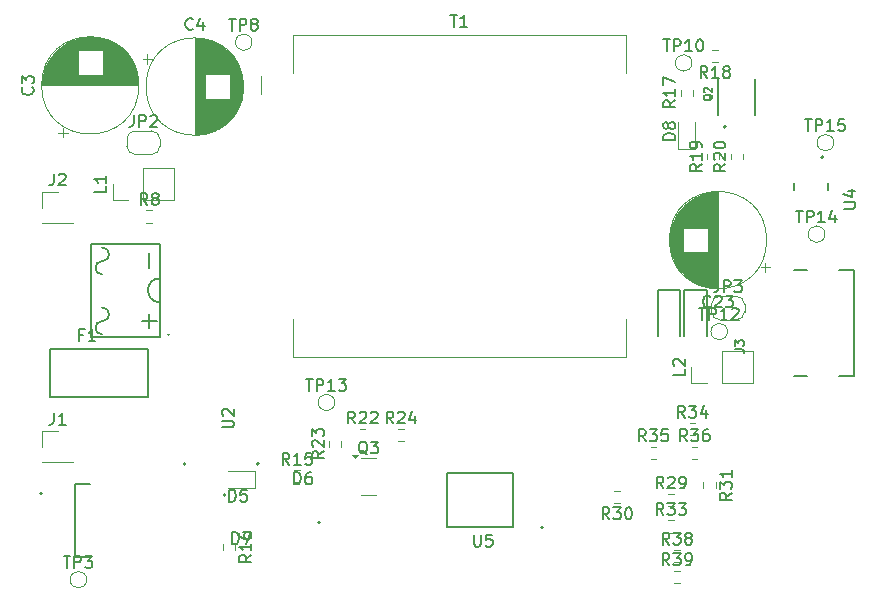
<source format=gbr>
%TF.GenerationSoftware,KiCad,Pcbnew,9.0.5*%
%TF.CreationDate,2025-10-24T12:46:41+03:00*%
%TF.ProjectId,40W SMPS,34305720-534d-4505-932e-6b696361645f,rev?*%
%TF.SameCoordinates,Original*%
%TF.FileFunction,Legend,Top*%
%TF.FilePolarity,Positive*%
%FSLAX46Y46*%
G04 Gerber Fmt 4.6, Leading zero omitted, Abs format (unit mm)*
G04 Created by KiCad (PCBNEW 9.0.5) date 2025-10-24 12:46:41*
%MOMM*%
%LPD*%
G01*
G04 APERTURE LIST*
%ADD10C,0.150000*%
%ADD11C,0.120000*%
%ADD12C,0.200000*%
%ADD13C,0.127000*%
G04 APERTURE END LIST*
D10*
X224857142Y-73774819D02*
X224523809Y-73298628D01*
X224285714Y-73774819D02*
X224285714Y-72774819D01*
X224285714Y-72774819D02*
X224666666Y-72774819D01*
X224666666Y-72774819D02*
X224761904Y-72822438D01*
X224761904Y-72822438D02*
X224809523Y-72870057D01*
X224809523Y-72870057D02*
X224857142Y-72965295D01*
X224857142Y-72965295D02*
X224857142Y-73108152D01*
X224857142Y-73108152D02*
X224809523Y-73203390D01*
X224809523Y-73203390D02*
X224761904Y-73251009D01*
X224761904Y-73251009D02*
X224666666Y-73298628D01*
X224666666Y-73298628D02*
X224285714Y-73298628D01*
X225190476Y-72774819D02*
X225809523Y-72774819D01*
X225809523Y-72774819D02*
X225476190Y-73155771D01*
X225476190Y-73155771D02*
X225619047Y-73155771D01*
X225619047Y-73155771D02*
X225714285Y-73203390D01*
X225714285Y-73203390D02*
X225761904Y-73251009D01*
X225761904Y-73251009D02*
X225809523Y-73346247D01*
X225809523Y-73346247D02*
X225809523Y-73584342D01*
X225809523Y-73584342D02*
X225761904Y-73679580D01*
X225761904Y-73679580D02*
X225714285Y-73727200D01*
X225714285Y-73727200D02*
X225619047Y-73774819D01*
X225619047Y-73774819D02*
X225333333Y-73774819D01*
X225333333Y-73774819D02*
X225238095Y-73727200D01*
X225238095Y-73727200D02*
X225190476Y-73679580D01*
X226666666Y-73108152D02*
X226666666Y-73774819D01*
X226428571Y-72727200D02*
X226190476Y-73441485D01*
X226190476Y-73441485D02*
X226809523Y-73441485D01*
X228274819Y-52317857D02*
X227798628Y-52651190D01*
X228274819Y-52889285D02*
X227274819Y-52889285D01*
X227274819Y-52889285D02*
X227274819Y-52508333D01*
X227274819Y-52508333D02*
X227322438Y-52413095D01*
X227322438Y-52413095D02*
X227370057Y-52365476D01*
X227370057Y-52365476D02*
X227465295Y-52317857D01*
X227465295Y-52317857D02*
X227608152Y-52317857D01*
X227608152Y-52317857D02*
X227703390Y-52365476D01*
X227703390Y-52365476D02*
X227751009Y-52413095D01*
X227751009Y-52413095D02*
X227798628Y-52508333D01*
X227798628Y-52508333D02*
X227798628Y-52889285D01*
X227370057Y-51936904D02*
X227322438Y-51889285D01*
X227322438Y-51889285D02*
X227274819Y-51794047D01*
X227274819Y-51794047D02*
X227274819Y-51555952D01*
X227274819Y-51555952D02*
X227322438Y-51460714D01*
X227322438Y-51460714D02*
X227370057Y-51413095D01*
X227370057Y-51413095D02*
X227465295Y-51365476D01*
X227465295Y-51365476D02*
X227560533Y-51365476D01*
X227560533Y-51365476D02*
X227703390Y-51413095D01*
X227703390Y-51413095D02*
X228274819Y-51984523D01*
X228274819Y-51984523D02*
X228274819Y-51365476D01*
X227274819Y-50746428D02*
X227274819Y-50651190D01*
X227274819Y-50651190D02*
X227322438Y-50555952D01*
X227322438Y-50555952D02*
X227370057Y-50508333D01*
X227370057Y-50508333D02*
X227465295Y-50460714D01*
X227465295Y-50460714D02*
X227655771Y-50413095D01*
X227655771Y-50413095D02*
X227893866Y-50413095D01*
X227893866Y-50413095D02*
X228084342Y-50460714D01*
X228084342Y-50460714D02*
X228179580Y-50508333D01*
X228179580Y-50508333D02*
X228227200Y-50555952D01*
X228227200Y-50555952D02*
X228274819Y-50651190D01*
X228274819Y-50651190D02*
X228274819Y-50746428D01*
X228274819Y-50746428D02*
X228227200Y-50841666D01*
X228227200Y-50841666D02*
X228179580Y-50889285D01*
X228179580Y-50889285D02*
X228084342Y-50936904D01*
X228084342Y-50936904D02*
X227893866Y-50984523D01*
X227893866Y-50984523D02*
X227655771Y-50984523D01*
X227655771Y-50984523D02*
X227465295Y-50936904D01*
X227465295Y-50936904D02*
X227370057Y-50889285D01*
X227370057Y-50889285D02*
X227322438Y-50841666D01*
X227322438Y-50841666D02*
X227274819Y-50746428D01*
X194274819Y-76642857D02*
X193798628Y-76976190D01*
X194274819Y-77214285D02*
X193274819Y-77214285D01*
X193274819Y-77214285D02*
X193274819Y-76833333D01*
X193274819Y-76833333D02*
X193322438Y-76738095D01*
X193322438Y-76738095D02*
X193370057Y-76690476D01*
X193370057Y-76690476D02*
X193465295Y-76642857D01*
X193465295Y-76642857D02*
X193608152Y-76642857D01*
X193608152Y-76642857D02*
X193703390Y-76690476D01*
X193703390Y-76690476D02*
X193751009Y-76738095D01*
X193751009Y-76738095D02*
X193798628Y-76833333D01*
X193798628Y-76833333D02*
X193798628Y-77214285D01*
X193370057Y-76261904D02*
X193322438Y-76214285D01*
X193322438Y-76214285D02*
X193274819Y-76119047D01*
X193274819Y-76119047D02*
X193274819Y-75880952D01*
X193274819Y-75880952D02*
X193322438Y-75785714D01*
X193322438Y-75785714D02*
X193370057Y-75738095D01*
X193370057Y-75738095D02*
X193465295Y-75690476D01*
X193465295Y-75690476D02*
X193560533Y-75690476D01*
X193560533Y-75690476D02*
X193703390Y-75738095D01*
X193703390Y-75738095D02*
X194274819Y-76309523D01*
X194274819Y-76309523D02*
X194274819Y-75690476D01*
X193274819Y-75357142D02*
X193274819Y-74738095D01*
X193274819Y-74738095D02*
X193655771Y-75071428D01*
X193655771Y-75071428D02*
X193655771Y-74928571D01*
X193655771Y-74928571D02*
X193703390Y-74833333D01*
X193703390Y-74833333D02*
X193751009Y-74785714D01*
X193751009Y-74785714D02*
X193846247Y-74738095D01*
X193846247Y-74738095D02*
X194084342Y-74738095D01*
X194084342Y-74738095D02*
X194179580Y-74785714D01*
X194179580Y-74785714D02*
X194227200Y-74833333D01*
X194227200Y-74833333D02*
X194274819Y-74928571D01*
X194274819Y-74928571D02*
X194274819Y-75214285D01*
X194274819Y-75214285D02*
X194227200Y-75309523D01*
X194227200Y-75309523D02*
X194179580Y-75357142D01*
X186238095Y-40006819D02*
X186809523Y-40006819D01*
X186523809Y-41006819D02*
X186523809Y-40006819D01*
X187142857Y-41006819D02*
X187142857Y-40006819D01*
X187142857Y-40006819D02*
X187523809Y-40006819D01*
X187523809Y-40006819D02*
X187619047Y-40054438D01*
X187619047Y-40054438D02*
X187666666Y-40102057D01*
X187666666Y-40102057D02*
X187714285Y-40197295D01*
X187714285Y-40197295D02*
X187714285Y-40340152D01*
X187714285Y-40340152D02*
X187666666Y-40435390D01*
X187666666Y-40435390D02*
X187619047Y-40483009D01*
X187619047Y-40483009D02*
X187523809Y-40530628D01*
X187523809Y-40530628D02*
X187142857Y-40530628D01*
X188285714Y-40435390D02*
X188190476Y-40387771D01*
X188190476Y-40387771D02*
X188142857Y-40340152D01*
X188142857Y-40340152D02*
X188095238Y-40244914D01*
X188095238Y-40244914D02*
X188095238Y-40197295D01*
X188095238Y-40197295D02*
X188142857Y-40102057D01*
X188142857Y-40102057D02*
X188190476Y-40054438D01*
X188190476Y-40054438D02*
X188285714Y-40006819D01*
X188285714Y-40006819D02*
X188476190Y-40006819D01*
X188476190Y-40006819D02*
X188571428Y-40054438D01*
X188571428Y-40054438D02*
X188619047Y-40102057D01*
X188619047Y-40102057D02*
X188666666Y-40197295D01*
X188666666Y-40197295D02*
X188666666Y-40244914D01*
X188666666Y-40244914D02*
X188619047Y-40340152D01*
X188619047Y-40340152D02*
X188571428Y-40387771D01*
X188571428Y-40387771D02*
X188476190Y-40435390D01*
X188476190Y-40435390D02*
X188285714Y-40435390D01*
X188285714Y-40435390D02*
X188190476Y-40483009D01*
X188190476Y-40483009D02*
X188142857Y-40530628D01*
X188142857Y-40530628D02*
X188095238Y-40625866D01*
X188095238Y-40625866D02*
X188095238Y-40816342D01*
X188095238Y-40816342D02*
X188142857Y-40911580D01*
X188142857Y-40911580D02*
X188190476Y-40959200D01*
X188190476Y-40959200D02*
X188285714Y-41006819D01*
X188285714Y-41006819D02*
X188476190Y-41006819D01*
X188476190Y-41006819D02*
X188571428Y-40959200D01*
X188571428Y-40959200D02*
X188619047Y-40911580D01*
X188619047Y-40911580D02*
X188666666Y-40816342D01*
X188666666Y-40816342D02*
X188666666Y-40625866D01*
X188666666Y-40625866D02*
X188619047Y-40530628D01*
X188619047Y-40530628D02*
X188571428Y-40483009D01*
X188571428Y-40483009D02*
X188476190Y-40435390D01*
X192761905Y-70506819D02*
X193333333Y-70506819D01*
X193047619Y-71506819D02*
X193047619Y-70506819D01*
X193666667Y-71506819D02*
X193666667Y-70506819D01*
X193666667Y-70506819D02*
X194047619Y-70506819D01*
X194047619Y-70506819D02*
X194142857Y-70554438D01*
X194142857Y-70554438D02*
X194190476Y-70602057D01*
X194190476Y-70602057D02*
X194238095Y-70697295D01*
X194238095Y-70697295D02*
X194238095Y-70840152D01*
X194238095Y-70840152D02*
X194190476Y-70935390D01*
X194190476Y-70935390D02*
X194142857Y-70983009D01*
X194142857Y-70983009D02*
X194047619Y-71030628D01*
X194047619Y-71030628D02*
X193666667Y-71030628D01*
X195190476Y-71506819D02*
X194619048Y-71506819D01*
X194904762Y-71506819D02*
X194904762Y-70506819D01*
X194904762Y-70506819D02*
X194809524Y-70649676D01*
X194809524Y-70649676D02*
X194714286Y-70744914D01*
X194714286Y-70744914D02*
X194619048Y-70792533D01*
X195523810Y-70506819D02*
X196142857Y-70506819D01*
X196142857Y-70506819D02*
X195809524Y-70887771D01*
X195809524Y-70887771D02*
X195952381Y-70887771D01*
X195952381Y-70887771D02*
X196047619Y-70935390D01*
X196047619Y-70935390D02*
X196095238Y-70983009D01*
X196095238Y-70983009D02*
X196142857Y-71078247D01*
X196142857Y-71078247D02*
X196142857Y-71316342D01*
X196142857Y-71316342D02*
X196095238Y-71411580D01*
X196095238Y-71411580D02*
X196047619Y-71459200D01*
X196047619Y-71459200D02*
X195952381Y-71506819D01*
X195952381Y-71506819D02*
X195666667Y-71506819D01*
X195666667Y-71506819D02*
X195571429Y-71459200D01*
X195571429Y-71459200D02*
X195523810Y-71411580D01*
X173891666Y-66796009D02*
X173558333Y-66796009D01*
X173558333Y-67319819D02*
X173558333Y-66319819D01*
X173558333Y-66319819D02*
X174034523Y-66319819D01*
X174939285Y-67319819D02*
X174367857Y-67319819D01*
X174653571Y-67319819D02*
X174653571Y-66319819D01*
X174653571Y-66319819D02*
X174558333Y-66462676D01*
X174558333Y-66462676D02*
X174463095Y-66557914D01*
X174463095Y-66557914D02*
X174367857Y-66605533D01*
X186261905Y-80884819D02*
X186261905Y-79884819D01*
X186261905Y-79884819D02*
X186500000Y-79884819D01*
X186500000Y-79884819D02*
X186642857Y-79932438D01*
X186642857Y-79932438D02*
X186738095Y-80027676D01*
X186738095Y-80027676D02*
X186785714Y-80122914D01*
X186785714Y-80122914D02*
X186833333Y-80313390D01*
X186833333Y-80313390D02*
X186833333Y-80456247D01*
X186833333Y-80456247D02*
X186785714Y-80646723D01*
X186785714Y-80646723D02*
X186738095Y-80741961D01*
X186738095Y-80741961D02*
X186642857Y-80837200D01*
X186642857Y-80837200D02*
X186500000Y-80884819D01*
X186500000Y-80884819D02*
X186261905Y-80884819D01*
X187738095Y-79884819D02*
X187261905Y-79884819D01*
X187261905Y-79884819D02*
X187214286Y-80361009D01*
X187214286Y-80361009D02*
X187261905Y-80313390D01*
X187261905Y-80313390D02*
X187357143Y-80265771D01*
X187357143Y-80265771D02*
X187595238Y-80265771D01*
X187595238Y-80265771D02*
X187690476Y-80313390D01*
X187690476Y-80313390D02*
X187738095Y-80361009D01*
X187738095Y-80361009D02*
X187785714Y-80456247D01*
X187785714Y-80456247D02*
X187785714Y-80694342D01*
X187785714Y-80694342D02*
X187738095Y-80789580D01*
X187738095Y-80789580D02*
X187690476Y-80837200D01*
X187690476Y-80837200D02*
X187595238Y-80884819D01*
X187595238Y-80884819D02*
X187357143Y-80884819D01*
X187357143Y-80884819D02*
X187261905Y-80837200D01*
X187261905Y-80837200D02*
X187214286Y-80789580D01*
X200169642Y-74274819D02*
X199836309Y-73798628D01*
X199598214Y-74274819D02*
X199598214Y-73274819D01*
X199598214Y-73274819D02*
X199979166Y-73274819D01*
X199979166Y-73274819D02*
X200074404Y-73322438D01*
X200074404Y-73322438D02*
X200122023Y-73370057D01*
X200122023Y-73370057D02*
X200169642Y-73465295D01*
X200169642Y-73465295D02*
X200169642Y-73608152D01*
X200169642Y-73608152D02*
X200122023Y-73703390D01*
X200122023Y-73703390D02*
X200074404Y-73751009D01*
X200074404Y-73751009D02*
X199979166Y-73798628D01*
X199979166Y-73798628D02*
X199598214Y-73798628D01*
X200550595Y-73370057D02*
X200598214Y-73322438D01*
X200598214Y-73322438D02*
X200693452Y-73274819D01*
X200693452Y-73274819D02*
X200931547Y-73274819D01*
X200931547Y-73274819D02*
X201026785Y-73322438D01*
X201026785Y-73322438D02*
X201074404Y-73370057D01*
X201074404Y-73370057D02*
X201122023Y-73465295D01*
X201122023Y-73465295D02*
X201122023Y-73560533D01*
X201122023Y-73560533D02*
X201074404Y-73703390D01*
X201074404Y-73703390D02*
X200502976Y-74274819D01*
X200502976Y-74274819D02*
X201122023Y-74274819D01*
X201979166Y-73608152D02*
X201979166Y-74274819D01*
X201741071Y-73227200D02*
X201502976Y-73941485D01*
X201502976Y-73941485D02*
X202122023Y-73941485D01*
X171416666Y-53124819D02*
X171416666Y-53839104D01*
X171416666Y-53839104D02*
X171369047Y-53981961D01*
X171369047Y-53981961D02*
X171273809Y-54077200D01*
X171273809Y-54077200D02*
X171130952Y-54124819D01*
X171130952Y-54124819D02*
X171035714Y-54124819D01*
X171845238Y-53220057D02*
X171892857Y-53172438D01*
X171892857Y-53172438D02*
X171988095Y-53124819D01*
X171988095Y-53124819D02*
X172226190Y-53124819D01*
X172226190Y-53124819D02*
X172321428Y-53172438D01*
X172321428Y-53172438D02*
X172369047Y-53220057D01*
X172369047Y-53220057D02*
X172416666Y-53315295D01*
X172416666Y-53315295D02*
X172416666Y-53410533D01*
X172416666Y-53410533D02*
X172369047Y-53553390D01*
X172369047Y-53553390D02*
X171797619Y-54124819D01*
X171797619Y-54124819D02*
X172416666Y-54124819D01*
X224024819Y-46930357D02*
X223548628Y-47263690D01*
X224024819Y-47501785D02*
X223024819Y-47501785D01*
X223024819Y-47501785D02*
X223024819Y-47120833D01*
X223024819Y-47120833D02*
X223072438Y-47025595D01*
X223072438Y-47025595D02*
X223120057Y-46977976D01*
X223120057Y-46977976D02*
X223215295Y-46930357D01*
X223215295Y-46930357D02*
X223358152Y-46930357D01*
X223358152Y-46930357D02*
X223453390Y-46977976D01*
X223453390Y-46977976D02*
X223501009Y-47025595D01*
X223501009Y-47025595D02*
X223548628Y-47120833D01*
X223548628Y-47120833D02*
X223548628Y-47501785D01*
X224024819Y-45977976D02*
X224024819Y-46549404D01*
X224024819Y-46263690D02*
X223024819Y-46263690D01*
X223024819Y-46263690D02*
X223167676Y-46358928D01*
X223167676Y-46358928D02*
X223262914Y-46454166D01*
X223262914Y-46454166D02*
X223310533Y-46549404D01*
X223024819Y-45644642D02*
X223024819Y-44977976D01*
X223024819Y-44977976D02*
X224024819Y-45406547D01*
X224849819Y-69666666D02*
X224849819Y-70142856D01*
X224849819Y-70142856D02*
X223849819Y-70142856D01*
X223945057Y-69380951D02*
X223897438Y-69333332D01*
X223897438Y-69333332D02*
X223849819Y-69238094D01*
X223849819Y-69238094D02*
X223849819Y-68999999D01*
X223849819Y-68999999D02*
X223897438Y-68904761D01*
X223897438Y-68904761D02*
X223945057Y-68857142D01*
X223945057Y-68857142D02*
X224040295Y-68809523D01*
X224040295Y-68809523D02*
X224135533Y-68809523D01*
X224135533Y-68809523D02*
X224278390Y-68857142D01*
X224278390Y-68857142D02*
X224849819Y-69428570D01*
X224849819Y-69428570D02*
X224849819Y-68809523D01*
X238289819Y-56076904D02*
X239099342Y-56076904D01*
X239099342Y-56076904D02*
X239194580Y-56029285D01*
X239194580Y-56029285D02*
X239242200Y-55981666D01*
X239242200Y-55981666D02*
X239289819Y-55886428D01*
X239289819Y-55886428D02*
X239289819Y-55695952D01*
X239289819Y-55695952D02*
X239242200Y-55600714D01*
X239242200Y-55600714D02*
X239194580Y-55553095D01*
X239194580Y-55553095D02*
X239099342Y-55505476D01*
X239099342Y-55505476D02*
X238289819Y-55505476D01*
X238623152Y-54600714D02*
X239289819Y-54600714D01*
X238242200Y-54838809D02*
X238956485Y-55076904D01*
X238956485Y-55076904D02*
X238956485Y-54457857D01*
X188134819Y-85392857D02*
X187658628Y-85726190D01*
X188134819Y-85964285D02*
X187134819Y-85964285D01*
X187134819Y-85964285D02*
X187134819Y-85583333D01*
X187134819Y-85583333D02*
X187182438Y-85488095D01*
X187182438Y-85488095D02*
X187230057Y-85440476D01*
X187230057Y-85440476D02*
X187325295Y-85392857D01*
X187325295Y-85392857D02*
X187468152Y-85392857D01*
X187468152Y-85392857D02*
X187563390Y-85440476D01*
X187563390Y-85440476D02*
X187611009Y-85488095D01*
X187611009Y-85488095D02*
X187658628Y-85583333D01*
X187658628Y-85583333D02*
X187658628Y-85964285D01*
X188134819Y-84440476D02*
X188134819Y-85011904D01*
X188134819Y-84726190D02*
X187134819Y-84726190D01*
X187134819Y-84726190D02*
X187277676Y-84821428D01*
X187277676Y-84821428D02*
X187372914Y-84916666D01*
X187372914Y-84916666D02*
X187420533Y-85011904D01*
X187134819Y-83583333D02*
X187134819Y-83773809D01*
X187134819Y-83773809D02*
X187182438Y-83869047D01*
X187182438Y-83869047D02*
X187230057Y-83916666D01*
X187230057Y-83916666D02*
X187372914Y-84011904D01*
X187372914Y-84011904D02*
X187563390Y-84059523D01*
X187563390Y-84059523D02*
X187944342Y-84059523D01*
X187944342Y-84059523D02*
X188039580Y-84011904D01*
X188039580Y-84011904D02*
X188087200Y-83964285D01*
X188087200Y-83964285D02*
X188134819Y-83869047D01*
X188134819Y-83869047D02*
X188134819Y-83678571D01*
X188134819Y-83678571D02*
X188087200Y-83583333D01*
X188087200Y-83583333D02*
X188039580Y-83535714D01*
X188039580Y-83535714D02*
X187944342Y-83488095D01*
X187944342Y-83488095D02*
X187706247Y-83488095D01*
X187706247Y-83488095D02*
X187611009Y-83535714D01*
X187611009Y-83535714D02*
X187563390Y-83583333D01*
X187563390Y-83583333D02*
X187515771Y-83678571D01*
X187515771Y-83678571D02*
X187515771Y-83869047D01*
X187515771Y-83869047D02*
X187563390Y-83964285D01*
X187563390Y-83964285D02*
X187611009Y-84011904D01*
X187611009Y-84011904D02*
X187706247Y-84059523D01*
X223032142Y-82024819D02*
X222698809Y-81548628D01*
X222460714Y-82024819D02*
X222460714Y-81024819D01*
X222460714Y-81024819D02*
X222841666Y-81024819D01*
X222841666Y-81024819D02*
X222936904Y-81072438D01*
X222936904Y-81072438D02*
X222984523Y-81120057D01*
X222984523Y-81120057D02*
X223032142Y-81215295D01*
X223032142Y-81215295D02*
X223032142Y-81358152D01*
X223032142Y-81358152D02*
X222984523Y-81453390D01*
X222984523Y-81453390D02*
X222936904Y-81501009D01*
X222936904Y-81501009D02*
X222841666Y-81548628D01*
X222841666Y-81548628D02*
X222460714Y-81548628D01*
X223365476Y-81024819D02*
X223984523Y-81024819D01*
X223984523Y-81024819D02*
X223651190Y-81405771D01*
X223651190Y-81405771D02*
X223794047Y-81405771D01*
X223794047Y-81405771D02*
X223889285Y-81453390D01*
X223889285Y-81453390D02*
X223936904Y-81501009D01*
X223936904Y-81501009D02*
X223984523Y-81596247D01*
X223984523Y-81596247D02*
X223984523Y-81834342D01*
X223984523Y-81834342D02*
X223936904Y-81929580D01*
X223936904Y-81929580D02*
X223889285Y-81977200D01*
X223889285Y-81977200D02*
X223794047Y-82024819D01*
X223794047Y-82024819D02*
X223508333Y-82024819D01*
X223508333Y-82024819D02*
X223413095Y-81977200D01*
X223413095Y-81977200D02*
X223365476Y-81929580D01*
X224317857Y-81024819D02*
X224936904Y-81024819D01*
X224936904Y-81024819D02*
X224603571Y-81405771D01*
X224603571Y-81405771D02*
X224746428Y-81405771D01*
X224746428Y-81405771D02*
X224841666Y-81453390D01*
X224841666Y-81453390D02*
X224889285Y-81501009D01*
X224889285Y-81501009D02*
X224936904Y-81596247D01*
X224936904Y-81596247D02*
X224936904Y-81834342D01*
X224936904Y-81834342D02*
X224889285Y-81929580D01*
X224889285Y-81929580D02*
X224841666Y-81977200D01*
X224841666Y-81977200D02*
X224746428Y-82024819D01*
X224746428Y-82024819D02*
X224460714Y-82024819D01*
X224460714Y-82024819D02*
X224365476Y-81977200D01*
X224365476Y-81977200D02*
X224317857Y-81929580D01*
X175849819Y-54166666D02*
X175849819Y-54642856D01*
X175849819Y-54642856D02*
X174849819Y-54642856D01*
X175849819Y-53309523D02*
X175849819Y-53880951D01*
X175849819Y-53595237D02*
X174849819Y-53595237D01*
X174849819Y-53595237D02*
X174992676Y-53690475D01*
X174992676Y-53690475D02*
X175087914Y-53785713D01*
X175087914Y-53785713D02*
X175135533Y-53880951D01*
X186511905Y-84494819D02*
X186511905Y-83494819D01*
X186511905Y-83494819D02*
X186750000Y-83494819D01*
X186750000Y-83494819D02*
X186892857Y-83542438D01*
X186892857Y-83542438D02*
X186988095Y-83637676D01*
X186988095Y-83637676D02*
X187035714Y-83732914D01*
X187035714Y-83732914D02*
X187083333Y-83923390D01*
X187083333Y-83923390D02*
X187083333Y-84066247D01*
X187083333Y-84066247D02*
X187035714Y-84256723D01*
X187035714Y-84256723D02*
X186988095Y-84351961D01*
X186988095Y-84351961D02*
X186892857Y-84447200D01*
X186892857Y-84447200D02*
X186750000Y-84494819D01*
X186750000Y-84494819D02*
X186511905Y-84494819D01*
X187416667Y-83494819D02*
X188083333Y-83494819D01*
X188083333Y-83494819D02*
X187654762Y-84494819D01*
X227009793Y-64359580D02*
X226962174Y-64407200D01*
X226962174Y-64407200D02*
X226819317Y-64454819D01*
X226819317Y-64454819D02*
X226724079Y-64454819D01*
X226724079Y-64454819D02*
X226581222Y-64407200D01*
X226581222Y-64407200D02*
X226485984Y-64311961D01*
X226485984Y-64311961D02*
X226438365Y-64216723D01*
X226438365Y-64216723D02*
X226390746Y-64026247D01*
X226390746Y-64026247D02*
X226390746Y-63883390D01*
X226390746Y-63883390D02*
X226438365Y-63692914D01*
X226438365Y-63692914D02*
X226485984Y-63597676D01*
X226485984Y-63597676D02*
X226581222Y-63502438D01*
X226581222Y-63502438D02*
X226724079Y-63454819D01*
X226724079Y-63454819D02*
X226819317Y-63454819D01*
X226819317Y-63454819D02*
X226962174Y-63502438D01*
X226962174Y-63502438D02*
X227009793Y-63550057D01*
X227390746Y-63550057D02*
X227438365Y-63502438D01*
X227438365Y-63502438D02*
X227533603Y-63454819D01*
X227533603Y-63454819D02*
X227771698Y-63454819D01*
X227771698Y-63454819D02*
X227866936Y-63502438D01*
X227866936Y-63502438D02*
X227914555Y-63550057D01*
X227914555Y-63550057D02*
X227962174Y-63645295D01*
X227962174Y-63645295D02*
X227962174Y-63740533D01*
X227962174Y-63740533D02*
X227914555Y-63883390D01*
X227914555Y-63883390D02*
X227343127Y-64454819D01*
X227343127Y-64454819D02*
X227962174Y-64454819D01*
X228295508Y-63454819D02*
X228914555Y-63454819D01*
X228914555Y-63454819D02*
X228581222Y-63835771D01*
X228581222Y-63835771D02*
X228724079Y-63835771D01*
X228724079Y-63835771D02*
X228819317Y-63883390D01*
X228819317Y-63883390D02*
X228866936Y-63931009D01*
X228866936Y-63931009D02*
X228914555Y-64026247D01*
X228914555Y-64026247D02*
X228914555Y-64264342D01*
X228914555Y-64264342D02*
X228866936Y-64359580D01*
X228866936Y-64359580D02*
X228819317Y-64407200D01*
X228819317Y-64407200D02*
X228724079Y-64454819D01*
X228724079Y-64454819D02*
X228438365Y-64454819D01*
X228438365Y-64454819D02*
X228343127Y-64407200D01*
X228343127Y-64407200D02*
X228295508Y-64359580D01*
X221532142Y-75774819D02*
X221198809Y-75298628D01*
X220960714Y-75774819D02*
X220960714Y-74774819D01*
X220960714Y-74774819D02*
X221341666Y-74774819D01*
X221341666Y-74774819D02*
X221436904Y-74822438D01*
X221436904Y-74822438D02*
X221484523Y-74870057D01*
X221484523Y-74870057D02*
X221532142Y-74965295D01*
X221532142Y-74965295D02*
X221532142Y-75108152D01*
X221532142Y-75108152D02*
X221484523Y-75203390D01*
X221484523Y-75203390D02*
X221436904Y-75251009D01*
X221436904Y-75251009D02*
X221341666Y-75298628D01*
X221341666Y-75298628D02*
X220960714Y-75298628D01*
X221865476Y-74774819D02*
X222484523Y-74774819D01*
X222484523Y-74774819D02*
X222151190Y-75155771D01*
X222151190Y-75155771D02*
X222294047Y-75155771D01*
X222294047Y-75155771D02*
X222389285Y-75203390D01*
X222389285Y-75203390D02*
X222436904Y-75251009D01*
X222436904Y-75251009D02*
X222484523Y-75346247D01*
X222484523Y-75346247D02*
X222484523Y-75584342D01*
X222484523Y-75584342D02*
X222436904Y-75679580D01*
X222436904Y-75679580D02*
X222389285Y-75727200D01*
X222389285Y-75727200D02*
X222294047Y-75774819D01*
X222294047Y-75774819D02*
X222008333Y-75774819D01*
X222008333Y-75774819D02*
X221913095Y-75727200D01*
X221913095Y-75727200D02*
X221865476Y-75679580D01*
X223389285Y-74774819D02*
X222913095Y-74774819D01*
X222913095Y-74774819D02*
X222865476Y-75251009D01*
X222865476Y-75251009D02*
X222913095Y-75203390D01*
X222913095Y-75203390D02*
X223008333Y-75155771D01*
X223008333Y-75155771D02*
X223246428Y-75155771D01*
X223246428Y-75155771D02*
X223341666Y-75203390D01*
X223341666Y-75203390D02*
X223389285Y-75251009D01*
X223389285Y-75251009D02*
X223436904Y-75346247D01*
X223436904Y-75346247D02*
X223436904Y-75584342D01*
X223436904Y-75584342D02*
X223389285Y-75679580D01*
X223389285Y-75679580D02*
X223341666Y-75727200D01*
X223341666Y-75727200D02*
X223246428Y-75774819D01*
X223246428Y-75774819D02*
X223008333Y-75774819D01*
X223008333Y-75774819D02*
X222913095Y-75727200D01*
X222913095Y-75727200D02*
X222865476Y-75679580D01*
X179333333Y-55774819D02*
X179000000Y-55298628D01*
X178761905Y-55774819D02*
X178761905Y-54774819D01*
X178761905Y-54774819D02*
X179142857Y-54774819D01*
X179142857Y-54774819D02*
X179238095Y-54822438D01*
X179238095Y-54822438D02*
X179285714Y-54870057D01*
X179285714Y-54870057D02*
X179333333Y-54965295D01*
X179333333Y-54965295D02*
X179333333Y-55108152D01*
X179333333Y-55108152D02*
X179285714Y-55203390D01*
X179285714Y-55203390D02*
X179238095Y-55251009D01*
X179238095Y-55251009D02*
X179142857Y-55298628D01*
X179142857Y-55298628D02*
X178761905Y-55298628D01*
X179904762Y-55203390D02*
X179809524Y-55155771D01*
X179809524Y-55155771D02*
X179761905Y-55108152D01*
X179761905Y-55108152D02*
X179714286Y-55012914D01*
X179714286Y-55012914D02*
X179714286Y-54965295D01*
X179714286Y-54965295D02*
X179761905Y-54870057D01*
X179761905Y-54870057D02*
X179809524Y-54822438D01*
X179809524Y-54822438D02*
X179904762Y-54774819D01*
X179904762Y-54774819D02*
X180095238Y-54774819D01*
X180095238Y-54774819D02*
X180190476Y-54822438D01*
X180190476Y-54822438D02*
X180238095Y-54870057D01*
X180238095Y-54870057D02*
X180285714Y-54965295D01*
X180285714Y-54965295D02*
X180285714Y-55012914D01*
X180285714Y-55012914D02*
X180238095Y-55108152D01*
X180238095Y-55108152D02*
X180190476Y-55155771D01*
X180190476Y-55155771D02*
X180095238Y-55203390D01*
X180095238Y-55203390D02*
X179904762Y-55203390D01*
X179904762Y-55203390D02*
X179809524Y-55251009D01*
X179809524Y-55251009D02*
X179761905Y-55298628D01*
X179761905Y-55298628D02*
X179714286Y-55393866D01*
X179714286Y-55393866D02*
X179714286Y-55584342D01*
X179714286Y-55584342D02*
X179761905Y-55679580D01*
X179761905Y-55679580D02*
X179809524Y-55727200D01*
X179809524Y-55727200D02*
X179904762Y-55774819D01*
X179904762Y-55774819D02*
X180095238Y-55774819D01*
X180095238Y-55774819D02*
X180190476Y-55727200D01*
X180190476Y-55727200D02*
X180238095Y-55679580D01*
X180238095Y-55679580D02*
X180285714Y-55584342D01*
X180285714Y-55584342D02*
X180285714Y-55393866D01*
X180285714Y-55393866D02*
X180238095Y-55298628D01*
X180238095Y-55298628D02*
X180190476Y-55251009D01*
X180190476Y-55251009D02*
X180095238Y-55203390D01*
X191761905Y-79414819D02*
X191761905Y-78414819D01*
X191761905Y-78414819D02*
X192000000Y-78414819D01*
X192000000Y-78414819D02*
X192142857Y-78462438D01*
X192142857Y-78462438D02*
X192238095Y-78557676D01*
X192238095Y-78557676D02*
X192285714Y-78652914D01*
X192285714Y-78652914D02*
X192333333Y-78843390D01*
X192333333Y-78843390D02*
X192333333Y-78986247D01*
X192333333Y-78986247D02*
X192285714Y-79176723D01*
X192285714Y-79176723D02*
X192238095Y-79271961D01*
X192238095Y-79271961D02*
X192142857Y-79367200D01*
X192142857Y-79367200D02*
X192000000Y-79414819D01*
X192000000Y-79414819D02*
X191761905Y-79414819D01*
X193190476Y-78414819D02*
X193000000Y-78414819D01*
X193000000Y-78414819D02*
X192904762Y-78462438D01*
X192904762Y-78462438D02*
X192857143Y-78510057D01*
X192857143Y-78510057D02*
X192761905Y-78652914D01*
X192761905Y-78652914D02*
X192714286Y-78843390D01*
X192714286Y-78843390D02*
X192714286Y-79224342D01*
X192714286Y-79224342D02*
X192761905Y-79319580D01*
X192761905Y-79319580D02*
X192809524Y-79367200D01*
X192809524Y-79367200D02*
X192904762Y-79414819D01*
X192904762Y-79414819D02*
X193095238Y-79414819D01*
X193095238Y-79414819D02*
X193190476Y-79367200D01*
X193190476Y-79367200D02*
X193238095Y-79319580D01*
X193238095Y-79319580D02*
X193285714Y-79224342D01*
X193285714Y-79224342D02*
X193285714Y-78986247D01*
X193285714Y-78986247D02*
X193238095Y-78891009D01*
X193238095Y-78891009D02*
X193190476Y-78843390D01*
X193190476Y-78843390D02*
X193095238Y-78795771D01*
X193095238Y-78795771D02*
X192904762Y-78795771D01*
X192904762Y-78795771D02*
X192809524Y-78843390D01*
X192809524Y-78843390D02*
X192761905Y-78891009D01*
X192761905Y-78891009D02*
X192714286Y-78986247D01*
X172238095Y-85506819D02*
X172809523Y-85506819D01*
X172523809Y-86506819D02*
X172523809Y-85506819D01*
X173142857Y-86506819D02*
X173142857Y-85506819D01*
X173142857Y-85506819D02*
X173523809Y-85506819D01*
X173523809Y-85506819D02*
X173619047Y-85554438D01*
X173619047Y-85554438D02*
X173666666Y-85602057D01*
X173666666Y-85602057D02*
X173714285Y-85697295D01*
X173714285Y-85697295D02*
X173714285Y-85840152D01*
X173714285Y-85840152D02*
X173666666Y-85935390D01*
X173666666Y-85935390D02*
X173619047Y-85983009D01*
X173619047Y-85983009D02*
X173523809Y-86030628D01*
X173523809Y-86030628D02*
X173142857Y-86030628D01*
X174047619Y-85506819D02*
X174666666Y-85506819D01*
X174666666Y-85506819D02*
X174333333Y-85887771D01*
X174333333Y-85887771D02*
X174476190Y-85887771D01*
X174476190Y-85887771D02*
X174571428Y-85935390D01*
X174571428Y-85935390D02*
X174619047Y-85983009D01*
X174619047Y-85983009D02*
X174666666Y-86078247D01*
X174666666Y-86078247D02*
X174666666Y-86316342D01*
X174666666Y-86316342D02*
X174619047Y-86411580D01*
X174619047Y-86411580D02*
X174571428Y-86459200D01*
X174571428Y-86459200D02*
X174476190Y-86506819D01*
X174476190Y-86506819D02*
X174190476Y-86506819D01*
X174190476Y-86506819D02*
X174095238Y-86459200D01*
X174095238Y-86459200D02*
X174047619Y-86411580D01*
X227666666Y-62154819D02*
X227666666Y-62869104D01*
X227666666Y-62869104D02*
X227619047Y-63011961D01*
X227619047Y-63011961D02*
X227523809Y-63107200D01*
X227523809Y-63107200D02*
X227380952Y-63154819D01*
X227380952Y-63154819D02*
X227285714Y-63154819D01*
X228142857Y-63154819D02*
X228142857Y-62154819D01*
X228142857Y-62154819D02*
X228523809Y-62154819D01*
X228523809Y-62154819D02*
X228619047Y-62202438D01*
X228619047Y-62202438D02*
X228666666Y-62250057D01*
X228666666Y-62250057D02*
X228714285Y-62345295D01*
X228714285Y-62345295D02*
X228714285Y-62488152D01*
X228714285Y-62488152D02*
X228666666Y-62583390D01*
X228666666Y-62583390D02*
X228619047Y-62631009D01*
X228619047Y-62631009D02*
X228523809Y-62678628D01*
X228523809Y-62678628D02*
X228142857Y-62678628D01*
X229047619Y-62154819D02*
X229666666Y-62154819D01*
X229666666Y-62154819D02*
X229333333Y-62535771D01*
X229333333Y-62535771D02*
X229476190Y-62535771D01*
X229476190Y-62535771D02*
X229571428Y-62583390D01*
X229571428Y-62583390D02*
X229619047Y-62631009D01*
X229619047Y-62631009D02*
X229666666Y-62726247D01*
X229666666Y-62726247D02*
X229666666Y-62964342D01*
X229666666Y-62964342D02*
X229619047Y-63059580D01*
X229619047Y-63059580D02*
X229571428Y-63107200D01*
X229571428Y-63107200D02*
X229476190Y-63154819D01*
X229476190Y-63154819D02*
X229190476Y-63154819D01*
X229190476Y-63154819D02*
X229095238Y-63107200D01*
X229095238Y-63107200D02*
X229047619Y-63059580D01*
X225032142Y-75774819D02*
X224698809Y-75298628D01*
X224460714Y-75774819D02*
X224460714Y-74774819D01*
X224460714Y-74774819D02*
X224841666Y-74774819D01*
X224841666Y-74774819D02*
X224936904Y-74822438D01*
X224936904Y-74822438D02*
X224984523Y-74870057D01*
X224984523Y-74870057D02*
X225032142Y-74965295D01*
X225032142Y-74965295D02*
X225032142Y-75108152D01*
X225032142Y-75108152D02*
X224984523Y-75203390D01*
X224984523Y-75203390D02*
X224936904Y-75251009D01*
X224936904Y-75251009D02*
X224841666Y-75298628D01*
X224841666Y-75298628D02*
X224460714Y-75298628D01*
X225365476Y-74774819D02*
X225984523Y-74774819D01*
X225984523Y-74774819D02*
X225651190Y-75155771D01*
X225651190Y-75155771D02*
X225794047Y-75155771D01*
X225794047Y-75155771D02*
X225889285Y-75203390D01*
X225889285Y-75203390D02*
X225936904Y-75251009D01*
X225936904Y-75251009D02*
X225984523Y-75346247D01*
X225984523Y-75346247D02*
X225984523Y-75584342D01*
X225984523Y-75584342D02*
X225936904Y-75679580D01*
X225936904Y-75679580D02*
X225889285Y-75727200D01*
X225889285Y-75727200D02*
X225794047Y-75774819D01*
X225794047Y-75774819D02*
X225508333Y-75774819D01*
X225508333Y-75774819D02*
X225413095Y-75727200D01*
X225413095Y-75727200D02*
X225365476Y-75679580D01*
X226841666Y-74774819D02*
X226651190Y-74774819D01*
X226651190Y-74774819D02*
X226555952Y-74822438D01*
X226555952Y-74822438D02*
X226508333Y-74870057D01*
X226508333Y-74870057D02*
X226413095Y-75012914D01*
X226413095Y-75012914D02*
X226365476Y-75203390D01*
X226365476Y-75203390D02*
X226365476Y-75584342D01*
X226365476Y-75584342D02*
X226413095Y-75679580D01*
X226413095Y-75679580D02*
X226460714Y-75727200D01*
X226460714Y-75727200D02*
X226555952Y-75774819D01*
X226555952Y-75774819D02*
X226746428Y-75774819D01*
X226746428Y-75774819D02*
X226841666Y-75727200D01*
X226841666Y-75727200D02*
X226889285Y-75679580D01*
X226889285Y-75679580D02*
X226936904Y-75584342D01*
X226936904Y-75584342D02*
X226936904Y-75346247D01*
X226936904Y-75346247D02*
X226889285Y-75251009D01*
X226889285Y-75251009D02*
X226841666Y-75203390D01*
X226841666Y-75203390D02*
X226746428Y-75155771D01*
X226746428Y-75155771D02*
X226555952Y-75155771D01*
X226555952Y-75155771D02*
X226460714Y-75203390D01*
X226460714Y-75203390D02*
X226413095Y-75251009D01*
X226413095Y-75251009D02*
X226365476Y-75346247D01*
X169609580Y-45816666D02*
X169657200Y-45864285D01*
X169657200Y-45864285D02*
X169704819Y-46007142D01*
X169704819Y-46007142D02*
X169704819Y-46102380D01*
X169704819Y-46102380D02*
X169657200Y-46245237D01*
X169657200Y-46245237D02*
X169561961Y-46340475D01*
X169561961Y-46340475D02*
X169466723Y-46388094D01*
X169466723Y-46388094D02*
X169276247Y-46435713D01*
X169276247Y-46435713D02*
X169133390Y-46435713D01*
X169133390Y-46435713D02*
X168942914Y-46388094D01*
X168942914Y-46388094D02*
X168847676Y-46340475D01*
X168847676Y-46340475D02*
X168752438Y-46245237D01*
X168752438Y-46245237D02*
X168704819Y-46102380D01*
X168704819Y-46102380D02*
X168704819Y-46007142D01*
X168704819Y-46007142D02*
X168752438Y-45864285D01*
X168752438Y-45864285D02*
X168800057Y-45816666D01*
X168704819Y-45483332D02*
X168704819Y-44864285D01*
X168704819Y-44864285D02*
X169085771Y-45197618D01*
X169085771Y-45197618D02*
X169085771Y-45054761D01*
X169085771Y-45054761D02*
X169133390Y-44959523D01*
X169133390Y-44959523D02*
X169181009Y-44911904D01*
X169181009Y-44911904D02*
X169276247Y-44864285D01*
X169276247Y-44864285D02*
X169514342Y-44864285D01*
X169514342Y-44864285D02*
X169609580Y-44911904D01*
X169609580Y-44911904D02*
X169657200Y-44959523D01*
X169657200Y-44959523D02*
X169704819Y-45054761D01*
X169704819Y-45054761D02*
X169704819Y-45340475D01*
X169704819Y-45340475D02*
X169657200Y-45435713D01*
X169657200Y-45435713D02*
X169609580Y-45483332D01*
X178166666Y-48154819D02*
X178166666Y-48869104D01*
X178166666Y-48869104D02*
X178119047Y-49011961D01*
X178119047Y-49011961D02*
X178023809Y-49107200D01*
X178023809Y-49107200D02*
X177880952Y-49154819D01*
X177880952Y-49154819D02*
X177785714Y-49154819D01*
X178642857Y-49154819D02*
X178642857Y-48154819D01*
X178642857Y-48154819D02*
X179023809Y-48154819D01*
X179023809Y-48154819D02*
X179119047Y-48202438D01*
X179119047Y-48202438D02*
X179166666Y-48250057D01*
X179166666Y-48250057D02*
X179214285Y-48345295D01*
X179214285Y-48345295D02*
X179214285Y-48488152D01*
X179214285Y-48488152D02*
X179166666Y-48583390D01*
X179166666Y-48583390D02*
X179119047Y-48631009D01*
X179119047Y-48631009D02*
X179023809Y-48678628D01*
X179023809Y-48678628D02*
X178642857Y-48678628D01*
X179595238Y-48250057D02*
X179642857Y-48202438D01*
X179642857Y-48202438D02*
X179738095Y-48154819D01*
X179738095Y-48154819D02*
X179976190Y-48154819D01*
X179976190Y-48154819D02*
X180071428Y-48202438D01*
X180071428Y-48202438D02*
X180119047Y-48250057D01*
X180119047Y-48250057D02*
X180166666Y-48345295D01*
X180166666Y-48345295D02*
X180166666Y-48440533D01*
X180166666Y-48440533D02*
X180119047Y-48583390D01*
X180119047Y-48583390D02*
X179547619Y-49154819D01*
X179547619Y-49154819D02*
X180166666Y-49154819D01*
X223011905Y-41756819D02*
X223583333Y-41756819D01*
X223297619Y-42756819D02*
X223297619Y-41756819D01*
X223916667Y-42756819D02*
X223916667Y-41756819D01*
X223916667Y-41756819D02*
X224297619Y-41756819D01*
X224297619Y-41756819D02*
X224392857Y-41804438D01*
X224392857Y-41804438D02*
X224440476Y-41852057D01*
X224440476Y-41852057D02*
X224488095Y-41947295D01*
X224488095Y-41947295D02*
X224488095Y-42090152D01*
X224488095Y-42090152D02*
X224440476Y-42185390D01*
X224440476Y-42185390D02*
X224392857Y-42233009D01*
X224392857Y-42233009D02*
X224297619Y-42280628D01*
X224297619Y-42280628D02*
X223916667Y-42280628D01*
X225440476Y-42756819D02*
X224869048Y-42756819D01*
X225154762Y-42756819D02*
X225154762Y-41756819D01*
X225154762Y-41756819D02*
X225059524Y-41899676D01*
X225059524Y-41899676D02*
X224964286Y-41994914D01*
X224964286Y-41994914D02*
X224869048Y-42042533D01*
X226059524Y-41756819D02*
X226154762Y-41756819D01*
X226154762Y-41756819D02*
X226250000Y-41804438D01*
X226250000Y-41804438D02*
X226297619Y-41852057D01*
X226297619Y-41852057D02*
X226345238Y-41947295D01*
X226345238Y-41947295D02*
X226392857Y-42137771D01*
X226392857Y-42137771D02*
X226392857Y-42375866D01*
X226392857Y-42375866D02*
X226345238Y-42566342D01*
X226345238Y-42566342D02*
X226297619Y-42661580D01*
X226297619Y-42661580D02*
X226250000Y-42709200D01*
X226250000Y-42709200D02*
X226154762Y-42756819D01*
X226154762Y-42756819D02*
X226059524Y-42756819D01*
X226059524Y-42756819D02*
X225964286Y-42709200D01*
X225964286Y-42709200D02*
X225916667Y-42661580D01*
X225916667Y-42661580D02*
X225869048Y-42566342D01*
X225869048Y-42566342D02*
X225821429Y-42375866D01*
X225821429Y-42375866D02*
X225821429Y-42137771D01*
X225821429Y-42137771D02*
X225869048Y-41947295D01*
X225869048Y-41947295D02*
X225916667Y-41852057D01*
X225916667Y-41852057D02*
X225964286Y-41804438D01*
X225964286Y-41804438D02*
X226059524Y-41756819D01*
X229074065Y-68012467D02*
X229636495Y-68012467D01*
X229636495Y-68012467D02*
X229748981Y-68049962D01*
X229748981Y-68049962D02*
X229823972Y-68124953D01*
X229823972Y-68124953D02*
X229861467Y-68237439D01*
X229861467Y-68237439D02*
X229861467Y-68312430D01*
X229074065Y-67712505D02*
X229074065Y-67225065D01*
X229074065Y-67225065D02*
X229374028Y-67487533D01*
X229374028Y-67487533D02*
X229374028Y-67375047D01*
X229374028Y-67375047D02*
X229411523Y-67300056D01*
X229411523Y-67300056D02*
X229449018Y-67262561D01*
X229449018Y-67262561D02*
X229524009Y-67225065D01*
X229524009Y-67225065D02*
X229711486Y-67225065D01*
X229711486Y-67225065D02*
X229786476Y-67262561D01*
X229786476Y-67262561D02*
X229823972Y-67300056D01*
X229823972Y-67300056D02*
X229861467Y-67375047D01*
X229861467Y-67375047D02*
X229861467Y-67600019D01*
X229861467Y-67600019D02*
X229823972Y-67675009D01*
X229823972Y-67675009D02*
X229786476Y-67712505D01*
X234261905Y-56256819D02*
X234833333Y-56256819D01*
X234547619Y-57256819D02*
X234547619Y-56256819D01*
X235166667Y-57256819D02*
X235166667Y-56256819D01*
X235166667Y-56256819D02*
X235547619Y-56256819D01*
X235547619Y-56256819D02*
X235642857Y-56304438D01*
X235642857Y-56304438D02*
X235690476Y-56352057D01*
X235690476Y-56352057D02*
X235738095Y-56447295D01*
X235738095Y-56447295D02*
X235738095Y-56590152D01*
X235738095Y-56590152D02*
X235690476Y-56685390D01*
X235690476Y-56685390D02*
X235642857Y-56733009D01*
X235642857Y-56733009D02*
X235547619Y-56780628D01*
X235547619Y-56780628D02*
X235166667Y-56780628D01*
X236690476Y-57256819D02*
X236119048Y-57256819D01*
X236404762Y-57256819D02*
X236404762Y-56256819D01*
X236404762Y-56256819D02*
X236309524Y-56399676D01*
X236309524Y-56399676D02*
X236214286Y-56494914D01*
X236214286Y-56494914D02*
X236119048Y-56542533D01*
X237547619Y-56590152D02*
X237547619Y-57256819D01*
X237309524Y-56209200D02*
X237071429Y-56923485D01*
X237071429Y-56923485D02*
X237690476Y-56923485D01*
X224024819Y-50275594D02*
X223024819Y-50275594D01*
X223024819Y-50275594D02*
X223024819Y-50037499D01*
X223024819Y-50037499D02*
X223072438Y-49894642D01*
X223072438Y-49894642D02*
X223167676Y-49799404D01*
X223167676Y-49799404D02*
X223262914Y-49751785D01*
X223262914Y-49751785D02*
X223453390Y-49704166D01*
X223453390Y-49704166D02*
X223596247Y-49704166D01*
X223596247Y-49704166D02*
X223786723Y-49751785D01*
X223786723Y-49751785D02*
X223881961Y-49799404D01*
X223881961Y-49799404D02*
X223977200Y-49894642D01*
X223977200Y-49894642D02*
X224024819Y-50037499D01*
X224024819Y-50037499D02*
X224024819Y-50275594D01*
X223453390Y-49132737D02*
X223405771Y-49227975D01*
X223405771Y-49227975D02*
X223358152Y-49275594D01*
X223358152Y-49275594D02*
X223262914Y-49323213D01*
X223262914Y-49323213D02*
X223215295Y-49323213D01*
X223215295Y-49323213D02*
X223120057Y-49275594D01*
X223120057Y-49275594D02*
X223072438Y-49227975D01*
X223072438Y-49227975D02*
X223024819Y-49132737D01*
X223024819Y-49132737D02*
X223024819Y-48942261D01*
X223024819Y-48942261D02*
X223072438Y-48847023D01*
X223072438Y-48847023D02*
X223120057Y-48799404D01*
X223120057Y-48799404D02*
X223215295Y-48751785D01*
X223215295Y-48751785D02*
X223262914Y-48751785D01*
X223262914Y-48751785D02*
X223358152Y-48799404D01*
X223358152Y-48799404D02*
X223405771Y-48847023D01*
X223405771Y-48847023D02*
X223453390Y-48942261D01*
X223453390Y-48942261D02*
X223453390Y-49132737D01*
X223453390Y-49132737D02*
X223501009Y-49227975D01*
X223501009Y-49227975D02*
X223548628Y-49275594D01*
X223548628Y-49275594D02*
X223643866Y-49323213D01*
X223643866Y-49323213D02*
X223834342Y-49323213D01*
X223834342Y-49323213D02*
X223929580Y-49275594D01*
X223929580Y-49275594D02*
X223977200Y-49227975D01*
X223977200Y-49227975D02*
X224024819Y-49132737D01*
X224024819Y-49132737D02*
X224024819Y-48942261D01*
X224024819Y-48942261D02*
X223977200Y-48847023D01*
X223977200Y-48847023D02*
X223929580Y-48799404D01*
X223929580Y-48799404D02*
X223834342Y-48751785D01*
X223834342Y-48751785D02*
X223643866Y-48751785D01*
X223643866Y-48751785D02*
X223548628Y-48799404D01*
X223548628Y-48799404D02*
X223501009Y-48847023D01*
X223501009Y-48847023D02*
X223453390Y-48942261D01*
X226757142Y-45034819D02*
X226423809Y-44558628D01*
X226185714Y-45034819D02*
X226185714Y-44034819D01*
X226185714Y-44034819D02*
X226566666Y-44034819D01*
X226566666Y-44034819D02*
X226661904Y-44082438D01*
X226661904Y-44082438D02*
X226709523Y-44130057D01*
X226709523Y-44130057D02*
X226757142Y-44225295D01*
X226757142Y-44225295D02*
X226757142Y-44368152D01*
X226757142Y-44368152D02*
X226709523Y-44463390D01*
X226709523Y-44463390D02*
X226661904Y-44511009D01*
X226661904Y-44511009D02*
X226566666Y-44558628D01*
X226566666Y-44558628D02*
X226185714Y-44558628D01*
X227709523Y-45034819D02*
X227138095Y-45034819D01*
X227423809Y-45034819D02*
X227423809Y-44034819D01*
X227423809Y-44034819D02*
X227328571Y-44177676D01*
X227328571Y-44177676D02*
X227233333Y-44272914D01*
X227233333Y-44272914D02*
X227138095Y-44320533D01*
X228280952Y-44463390D02*
X228185714Y-44415771D01*
X228185714Y-44415771D02*
X228138095Y-44368152D01*
X228138095Y-44368152D02*
X228090476Y-44272914D01*
X228090476Y-44272914D02*
X228090476Y-44225295D01*
X228090476Y-44225295D02*
X228138095Y-44130057D01*
X228138095Y-44130057D02*
X228185714Y-44082438D01*
X228185714Y-44082438D02*
X228280952Y-44034819D01*
X228280952Y-44034819D02*
X228471428Y-44034819D01*
X228471428Y-44034819D02*
X228566666Y-44082438D01*
X228566666Y-44082438D02*
X228614285Y-44130057D01*
X228614285Y-44130057D02*
X228661904Y-44225295D01*
X228661904Y-44225295D02*
X228661904Y-44272914D01*
X228661904Y-44272914D02*
X228614285Y-44368152D01*
X228614285Y-44368152D02*
X228566666Y-44415771D01*
X228566666Y-44415771D02*
X228471428Y-44463390D01*
X228471428Y-44463390D02*
X228280952Y-44463390D01*
X228280952Y-44463390D02*
X228185714Y-44511009D01*
X228185714Y-44511009D02*
X228138095Y-44558628D01*
X228138095Y-44558628D02*
X228090476Y-44653866D01*
X228090476Y-44653866D02*
X228090476Y-44844342D01*
X228090476Y-44844342D02*
X228138095Y-44939580D01*
X228138095Y-44939580D02*
X228185714Y-44987200D01*
X228185714Y-44987200D02*
X228280952Y-45034819D01*
X228280952Y-45034819D02*
X228471428Y-45034819D01*
X228471428Y-45034819D02*
X228566666Y-44987200D01*
X228566666Y-44987200D02*
X228614285Y-44939580D01*
X228614285Y-44939580D02*
X228661904Y-44844342D01*
X228661904Y-44844342D02*
X228661904Y-44653866D01*
X228661904Y-44653866D02*
X228614285Y-44558628D01*
X228614285Y-44558628D02*
X228566666Y-44511009D01*
X228566666Y-44511009D02*
X228471428Y-44463390D01*
X191357142Y-77774819D02*
X191023809Y-77298628D01*
X190785714Y-77774819D02*
X190785714Y-76774819D01*
X190785714Y-76774819D02*
X191166666Y-76774819D01*
X191166666Y-76774819D02*
X191261904Y-76822438D01*
X191261904Y-76822438D02*
X191309523Y-76870057D01*
X191309523Y-76870057D02*
X191357142Y-76965295D01*
X191357142Y-76965295D02*
X191357142Y-77108152D01*
X191357142Y-77108152D02*
X191309523Y-77203390D01*
X191309523Y-77203390D02*
X191261904Y-77251009D01*
X191261904Y-77251009D02*
X191166666Y-77298628D01*
X191166666Y-77298628D02*
X190785714Y-77298628D01*
X192309523Y-77774819D02*
X191738095Y-77774819D01*
X192023809Y-77774819D02*
X192023809Y-76774819D01*
X192023809Y-76774819D02*
X191928571Y-76917676D01*
X191928571Y-76917676D02*
X191833333Y-77012914D01*
X191833333Y-77012914D02*
X191738095Y-77060533D01*
X193214285Y-76774819D02*
X192738095Y-76774819D01*
X192738095Y-76774819D02*
X192690476Y-77251009D01*
X192690476Y-77251009D02*
X192738095Y-77203390D01*
X192738095Y-77203390D02*
X192833333Y-77155771D01*
X192833333Y-77155771D02*
X193071428Y-77155771D01*
X193071428Y-77155771D02*
X193166666Y-77203390D01*
X193166666Y-77203390D02*
X193214285Y-77251009D01*
X193214285Y-77251009D02*
X193261904Y-77346247D01*
X193261904Y-77346247D02*
X193261904Y-77584342D01*
X193261904Y-77584342D02*
X193214285Y-77679580D01*
X193214285Y-77679580D02*
X193166666Y-77727200D01*
X193166666Y-77727200D02*
X193071428Y-77774819D01*
X193071428Y-77774819D02*
X192833333Y-77774819D01*
X192833333Y-77774819D02*
X192738095Y-77727200D01*
X192738095Y-77727200D02*
X192690476Y-77679580D01*
X218457142Y-82384819D02*
X218123809Y-81908628D01*
X217885714Y-82384819D02*
X217885714Y-81384819D01*
X217885714Y-81384819D02*
X218266666Y-81384819D01*
X218266666Y-81384819D02*
X218361904Y-81432438D01*
X218361904Y-81432438D02*
X218409523Y-81480057D01*
X218409523Y-81480057D02*
X218457142Y-81575295D01*
X218457142Y-81575295D02*
X218457142Y-81718152D01*
X218457142Y-81718152D02*
X218409523Y-81813390D01*
X218409523Y-81813390D02*
X218361904Y-81861009D01*
X218361904Y-81861009D02*
X218266666Y-81908628D01*
X218266666Y-81908628D02*
X217885714Y-81908628D01*
X218790476Y-81384819D02*
X219409523Y-81384819D01*
X219409523Y-81384819D02*
X219076190Y-81765771D01*
X219076190Y-81765771D02*
X219219047Y-81765771D01*
X219219047Y-81765771D02*
X219314285Y-81813390D01*
X219314285Y-81813390D02*
X219361904Y-81861009D01*
X219361904Y-81861009D02*
X219409523Y-81956247D01*
X219409523Y-81956247D02*
X219409523Y-82194342D01*
X219409523Y-82194342D02*
X219361904Y-82289580D01*
X219361904Y-82289580D02*
X219314285Y-82337200D01*
X219314285Y-82337200D02*
X219219047Y-82384819D01*
X219219047Y-82384819D02*
X218933333Y-82384819D01*
X218933333Y-82384819D02*
X218838095Y-82337200D01*
X218838095Y-82337200D02*
X218790476Y-82289580D01*
X220028571Y-81384819D02*
X220123809Y-81384819D01*
X220123809Y-81384819D02*
X220219047Y-81432438D01*
X220219047Y-81432438D02*
X220266666Y-81480057D01*
X220266666Y-81480057D02*
X220314285Y-81575295D01*
X220314285Y-81575295D02*
X220361904Y-81765771D01*
X220361904Y-81765771D02*
X220361904Y-82003866D01*
X220361904Y-82003866D02*
X220314285Y-82194342D01*
X220314285Y-82194342D02*
X220266666Y-82289580D01*
X220266666Y-82289580D02*
X220219047Y-82337200D01*
X220219047Y-82337200D02*
X220123809Y-82384819D01*
X220123809Y-82384819D02*
X220028571Y-82384819D01*
X220028571Y-82384819D02*
X219933333Y-82337200D01*
X219933333Y-82337200D02*
X219885714Y-82289580D01*
X219885714Y-82289580D02*
X219838095Y-82194342D01*
X219838095Y-82194342D02*
X219790476Y-82003866D01*
X219790476Y-82003866D02*
X219790476Y-81765771D01*
X219790476Y-81765771D02*
X219838095Y-81575295D01*
X219838095Y-81575295D02*
X219885714Y-81480057D01*
X219885714Y-81480057D02*
X219933333Y-81432438D01*
X219933333Y-81432438D02*
X220028571Y-81384819D01*
X185664829Y-74614904D02*
X186474352Y-74614904D01*
X186474352Y-74614904D02*
X186569590Y-74567285D01*
X186569590Y-74567285D02*
X186617210Y-74519666D01*
X186617210Y-74519666D02*
X186664829Y-74424428D01*
X186664829Y-74424428D02*
X186664829Y-74233952D01*
X186664829Y-74233952D02*
X186617210Y-74138714D01*
X186617210Y-74138714D02*
X186569590Y-74091095D01*
X186569590Y-74091095D02*
X186474352Y-74043476D01*
X186474352Y-74043476D02*
X185664829Y-74043476D01*
X185760067Y-73614904D02*
X185712448Y-73567285D01*
X185712448Y-73567285D02*
X185664829Y-73472047D01*
X185664829Y-73472047D02*
X185664829Y-73233952D01*
X185664829Y-73233952D02*
X185712448Y-73138714D01*
X185712448Y-73138714D02*
X185760067Y-73091095D01*
X185760067Y-73091095D02*
X185855305Y-73043476D01*
X185855305Y-73043476D02*
X185950543Y-73043476D01*
X185950543Y-73043476D02*
X186093400Y-73091095D01*
X186093400Y-73091095D02*
X186664829Y-73662523D01*
X186664829Y-73662523D02*
X186664829Y-73043476D01*
X171416666Y-73374819D02*
X171416666Y-74089104D01*
X171416666Y-74089104D02*
X171369047Y-74231961D01*
X171369047Y-74231961D02*
X171273809Y-74327200D01*
X171273809Y-74327200D02*
X171130952Y-74374819D01*
X171130952Y-74374819D02*
X171035714Y-74374819D01*
X172416666Y-74374819D02*
X171845238Y-74374819D01*
X172130952Y-74374819D02*
X172130952Y-73374819D01*
X172130952Y-73374819D02*
X172035714Y-73517676D01*
X172035714Y-73517676D02*
X171940476Y-73612914D01*
X171940476Y-73612914D02*
X171845238Y-73660533D01*
X226274819Y-52317857D02*
X225798628Y-52651190D01*
X226274819Y-52889285D02*
X225274819Y-52889285D01*
X225274819Y-52889285D02*
X225274819Y-52508333D01*
X225274819Y-52508333D02*
X225322438Y-52413095D01*
X225322438Y-52413095D02*
X225370057Y-52365476D01*
X225370057Y-52365476D02*
X225465295Y-52317857D01*
X225465295Y-52317857D02*
X225608152Y-52317857D01*
X225608152Y-52317857D02*
X225703390Y-52365476D01*
X225703390Y-52365476D02*
X225751009Y-52413095D01*
X225751009Y-52413095D02*
X225798628Y-52508333D01*
X225798628Y-52508333D02*
X225798628Y-52889285D01*
X226274819Y-51365476D02*
X226274819Y-51936904D01*
X226274819Y-51651190D02*
X225274819Y-51651190D01*
X225274819Y-51651190D02*
X225417676Y-51746428D01*
X225417676Y-51746428D02*
X225512914Y-51841666D01*
X225512914Y-51841666D02*
X225560533Y-51936904D01*
X226274819Y-50889285D02*
X226274819Y-50698809D01*
X226274819Y-50698809D02*
X226227200Y-50603571D01*
X226227200Y-50603571D02*
X226179580Y-50555952D01*
X226179580Y-50555952D02*
X226036723Y-50460714D01*
X226036723Y-50460714D02*
X225846247Y-50413095D01*
X225846247Y-50413095D02*
X225465295Y-50413095D01*
X225465295Y-50413095D02*
X225370057Y-50460714D01*
X225370057Y-50460714D02*
X225322438Y-50508333D01*
X225322438Y-50508333D02*
X225274819Y-50603571D01*
X225274819Y-50603571D02*
X225274819Y-50794047D01*
X225274819Y-50794047D02*
X225322438Y-50889285D01*
X225322438Y-50889285D02*
X225370057Y-50936904D01*
X225370057Y-50936904D02*
X225465295Y-50984523D01*
X225465295Y-50984523D02*
X225703390Y-50984523D01*
X225703390Y-50984523D02*
X225798628Y-50936904D01*
X225798628Y-50936904D02*
X225846247Y-50889285D01*
X225846247Y-50889285D02*
X225893866Y-50794047D01*
X225893866Y-50794047D02*
X225893866Y-50603571D01*
X225893866Y-50603571D02*
X225846247Y-50508333D01*
X225846247Y-50508333D02*
X225798628Y-50460714D01*
X225798628Y-50460714D02*
X225703390Y-50413095D01*
X235011905Y-48506819D02*
X235583333Y-48506819D01*
X235297619Y-49506819D02*
X235297619Y-48506819D01*
X235916667Y-49506819D02*
X235916667Y-48506819D01*
X235916667Y-48506819D02*
X236297619Y-48506819D01*
X236297619Y-48506819D02*
X236392857Y-48554438D01*
X236392857Y-48554438D02*
X236440476Y-48602057D01*
X236440476Y-48602057D02*
X236488095Y-48697295D01*
X236488095Y-48697295D02*
X236488095Y-48840152D01*
X236488095Y-48840152D02*
X236440476Y-48935390D01*
X236440476Y-48935390D02*
X236392857Y-48983009D01*
X236392857Y-48983009D02*
X236297619Y-49030628D01*
X236297619Y-49030628D02*
X235916667Y-49030628D01*
X237440476Y-49506819D02*
X236869048Y-49506819D01*
X237154762Y-49506819D02*
X237154762Y-48506819D01*
X237154762Y-48506819D02*
X237059524Y-48649676D01*
X237059524Y-48649676D02*
X236964286Y-48744914D01*
X236964286Y-48744914D02*
X236869048Y-48792533D01*
X238345238Y-48506819D02*
X237869048Y-48506819D01*
X237869048Y-48506819D02*
X237821429Y-48983009D01*
X237821429Y-48983009D02*
X237869048Y-48935390D01*
X237869048Y-48935390D02*
X237964286Y-48887771D01*
X237964286Y-48887771D02*
X238202381Y-48887771D01*
X238202381Y-48887771D02*
X238297619Y-48935390D01*
X238297619Y-48935390D02*
X238345238Y-48983009D01*
X238345238Y-48983009D02*
X238392857Y-49078247D01*
X238392857Y-49078247D02*
X238392857Y-49316342D01*
X238392857Y-49316342D02*
X238345238Y-49411580D01*
X238345238Y-49411580D02*
X238297619Y-49459200D01*
X238297619Y-49459200D02*
X238202381Y-49506819D01*
X238202381Y-49506819D02*
X237964286Y-49506819D01*
X237964286Y-49506819D02*
X237869048Y-49459200D01*
X237869048Y-49459200D02*
X237821429Y-49411580D01*
X228809819Y-80142857D02*
X228333628Y-80476190D01*
X228809819Y-80714285D02*
X227809819Y-80714285D01*
X227809819Y-80714285D02*
X227809819Y-80333333D01*
X227809819Y-80333333D02*
X227857438Y-80238095D01*
X227857438Y-80238095D02*
X227905057Y-80190476D01*
X227905057Y-80190476D02*
X228000295Y-80142857D01*
X228000295Y-80142857D02*
X228143152Y-80142857D01*
X228143152Y-80142857D02*
X228238390Y-80190476D01*
X228238390Y-80190476D02*
X228286009Y-80238095D01*
X228286009Y-80238095D02*
X228333628Y-80333333D01*
X228333628Y-80333333D02*
X228333628Y-80714285D01*
X227809819Y-79809523D02*
X227809819Y-79190476D01*
X227809819Y-79190476D02*
X228190771Y-79523809D01*
X228190771Y-79523809D02*
X228190771Y-79380952D01*
X228190771Y-79380952D02*
X228238390Y-79285714D01*
X228238390Y-79285714D02*
X228286009Y-79238095D01*
X228286009Y-79238095D02*
X228381247Y-79190476D01*
X228381247Y-79190476D02*
X228619342Y-79190476D01*
X228619342Y-79190476D02*
X228714580Y-79238095D01*
X228714580Y-79238095D02*
X228762200Y-79285714D01*
X228762200Y-79285714D02*
X228809819Y-79380952D01*
X228809819Y-79380952D02*
X228809819Y-79666666D01*
X228809819Y-79666666D02*
X228762200Y-79761904D01*
X228762200Y-79761904D02*
X228714580Y-79809523D01*
X228809819Y-78238095D02*
X228809819Y-78809523D01*
X228809819Y-78523809D02*
X227809819Y-78523809D01*
X227809819Y-78523809D02*
X227952676Y-78619047D01*
X227952676Y-78619047D02*
X228047914Y-78714285D01*
X228047914Y-78714285D02*
X228095533Y-78809523D01*
X223532142Y-84524819D02*
X223198809Y-84048628D01*
X222960714Y-84524819D02*
X222960714Y-83524819D01*
X222960714Y-83524819D02*
X223341666Y-83524819D01*
X223341666Y-83524819D02*
X223436904Y-83572438D01*
X223436904Y-83572438D02*
X223484523Y-83620057D01*
X223484523Y-83620057D02*
X223532142Y-83715295D01*
X223532142Y-83715295D02*
X223532142Y-83858152D01*
X223532142Y-83858152D02*
X223484523Y-83953390D01*
X223484523Y-83953390D02*
X223436904Y-84001009D01*
X223436904Y-84001009D02*
X223341666Y-84048628D01*
X223341666Y-84048628D02*
X222960714Y-84048628D01*
X223865476Y-83524819D02*
X224484523Y-83524819D01*
X224484523Y-83524819D02*
X224151190Y-83905771D01*
X224151190Y-83905771D02*
X224294047Y-83905771D01*
X224294047Y-83905771D02*
X224389285Y-83953390D01*
X224389285Y-83953390D02*
X224436904Y-84001009D01*
X224436904Y-84001009D02*
X224484523Y-84096247D01*
X224484523Y-84096247D02*
X224484523Y-84334342D01*
X224484523Y-84334342D02*
X224436904Y-84429580D01*
X224436904Y-84429580D02*
X224389285Y-84477200D01*
X224389285Y-84477200D02*
X224294047Y-84524819D01*
X224294047Y-84524819D02*
X224008333Y-84524819D01*
X224008333Y-84524819D02*
X223913095Y-84477200D01*
X223913095Y-84477200D02*
X223865476Y-84429580D01*
X225055952Y-83953390D02*
X224960714Y-83905771D01*
X224960714Y-83905771D02*
X224913095Y-83858152D01*
X224913095Y-83858152D02*
X224865476Y-83762914D01*
X224865476Y-83762914D02*
X224865476Y-83715295D01*
X224865476Y-83715295D02*
X224913095Y-83620057D01*
X224913095Y-83620057D02*
X224960714Y-83572438D01*
X224960714Y-83572438D02*
X225055952Y-83524819D01*
X225055952Y-83524819D02*
X225246428Y-83524819D01*
X225246428Y-83524819D02*
X225341666Y-83572438D01*
X225341666Y-83572438D02*
X225389285Y-83620057D01*
X225389285Y-83620057D02*
X225436904Y-83715295D01*
X225436904Y-83715295D02*
X225436904Y-83762914D01*
X225436904Y-83762914D02*
X225389285Y-83858152D01*
X225389285Y-83858152D02*
X225341666Y-83905771D01*
X225341666Y-83905771D02*
X225246428Y-83953390D01*
X225246428Y-83953390D02*
X225055952Y-83953390D01*
X225055952Y-83953390D02*
X224960714Y-84001009D01*
X224960714Y-84001009D02*
X224913095Y-84048628D01*
X224913095Y-84048628D02*
X224865476Y-84143866D01*
X224865476Y-84143866D02*
X224865476Y-84334342D01*
X224865476Y-84334342D02*
X224913095Y-84429580D01*
X224913095Y-84429580D02*
X224960714Y-84477200D01*
X224960714Y-84477200D02*
X225055952Y-84524819D01*
X225055952Y-84524819D02*
X225246428Y-84524819D01*
X225246428Y-84524819D02*
X225341666Y-84477200D01*
X225341666Y-84477200D02*
X225389285Y-84429580D01*
X225389285Y-84429580D02*
X225436904Y-84334342D01*
X225436904Y-84334342D02*
X225436904Y-84143866D01*
X225436904Y-84143866D02*
X225389285Y-84048628D01*
X225389285Y-84048628D02*
X225341666Y-84001009D01*
X225341666Y-84001009D02*
X225246428Y-83953390D01*
X204988095Y-39689819D02*
X205559523Y-39689819D01*
X205273809Y-40689819D02*
X205273809Y-39689819D01*
X206416666Y-40689819D02*
X205845238Y-40689819D01*
X206130952Y-40689819D02*
X206130952Y-39689819D01*
X206130952Y-39689819D02*
X206035714Y-39832676D01*
X206035714Y-39832676D02*
X205940476Y-39927914D01*
X205940476Y-39927914D02*
X205845238Y-39975533D01*
X227167828Y-46428952D02*
X227137352Y-46489904D01*
X227137352Y-46489904D02*
X227076400Y-46550857D01*
X227076400Y-46550857D02*
X226984971Y-46642285D01*
X226984971Y-46642285D02*
X226954495Y-46703238D01*
X226954495Y-46703238D02*
X226954495Y-46764190D01*
X227106876Y-46733714D02*
X227076400Y-46794666D01*
X227076400Y-46794666D02*
X227015447Y-46855619D01*
X227015447Y-46855619D02*
X226893542Y-46886095D01*
X226893542Y-46886095D02*
X226680209Y-46886095D01*
X226680209Y-46886095D02*
X226558304Y-46855619D01*
X226558304Y-46855619D02*
X226497352Y-46794666D01*
X226497352Y-46794666D02*
X226466876Y-46733714D01*
X226466876Y-46733714D02*
X226466876Y-46611809D01*
X226466876Y-46611809D02*
X226497352Y-46550857D01*
X226497352Y-46550857D02*
X226558304Y-46489904D01*
X226558304Y-46489904D02*
X226680209Y-46459428D01*
X226680209Y-46459428D02*
X226893542Y-46459428D01*
X226893542Y-46459428D02*
X227015447Y-46489904D01*
X227015447Y-46489904D02*
X227076400Y-46550857D01*
X227076400Y-46550857D02*
X227106876Y-46611809D01*
X227106876Y-46611809D02*
X227106876Y-46733714D01*
X226527828Y-46215619D02*
X226497352Y-46185143D01*
X226497352Y-46185143D02*
X226466876Y-46124190D01*
X226466876Y-46124190D02*
X226466876Y-45971809D01*
X226466876Y-45971809D02*
X226497352Y-45910857D01*
X226497352Y-45910857D02*
X226527828Y-45880381D01*
X226527828Y-45880381D02*
X226588780Y-45849904D01*
X226588780Y-45849904D02*
X226649733Y-45849904D01*
X226649733Y-45849904D02*
X226741161Y-45880381D01*
X226741161Y-45880381D02*
X227106876Y-46246095D01*
X227106876Y-46246095D02*
X227106876Y-45849904D01*
X183180682Y-40859580D02*
X183133063Y-40907200D01*
X183133063Y-40907200D02*
X182990206Y-40954819D01*
X182990206Y-40954819D02*
X182894968Y-40954819D01*
X182894968Y-40954819D02*
X182752111Y-40907200D01*
X182752111Y-40907200D02*
X182656873Y-40811961D01*
X182656873Y-40811961D02*
X182609254Y-40716723D01*
X182609254Y-40716723D02*
X182561635Y-40526247D01*
X182561635Y-40526247D02*
X182561635Y-40383390D01*
X182561635Y-40383390D02*
X182609254Y-40192914D01*
X182609254Y-40192914D02*
X182656873Y-40097676D01*
X182656873Y-40097676D02*
X182752111Y-40002438D01*
X182752111Y-40002438D02*
X182894968Y-39954819D01*
X182894968Y-39954819D02*
X182990206Y-39954819D01*
X182990206Y-39954819D02*
X183133063Y-40002438D01*
X183133063Y-40002438D02*
X183180682Y-40050057D01*
X184037825Y-40288152D02*
X184037825Y-40954819D01*
X183799730Y-39907200D02*
X183561635Y-40621485D01*
X183561635Y-40621485D02*
X184180682Y-40621485D01*
X226011905Y-64506819D02*
X226583333Y-64506819D01*
X226297619Y-65506819D02*
X226297619Y-64506819D01*
X226916667Y-65506819D02*
X226916667Y-64506819D01*
X226916667Y-64506819D02*
X227297619Y-64506819D01*
X227297619Y-64506819D02*
X227392857Y-64554438D01*
X227392857Y-64554438D02*
X227440476Y-64602057D01*
X227440476Y-64602057D02*
X227488095Y-64697295D01*
X227488095Y-64697295D02*
X227488095Y-64840152D01*
X227488095Y-64840152D02*
X227440476Y-64935390D01*
X227440476Y-64935390D02*
X227392857Y-64983009D01*
X227392857Y-64983009D02*
X227297619Y-65030628D01*
X227297619Y-65030628D02*
X226916667Y-65030628D01*
X228440476Y-65506819D02*
X227869048Y-65506819D01*
X228154762Y-65506819D02*
X228154762Y-64506819D01*
X228154762Y-64506819D02*
X228059524Y-64649676D01*
X228059524Y-64649676D02*
X227964286Y-64744914D01*
X227964286Y-64744914D02*
X227869048Y-64792533D01*
X228821429Y-64602057D02*
X228869048Y-64554438D01*
X228869048Y-64554438D02*
X228964286Y-64506819D01*
X228964286Y-64506819D02*
X229202381Y-64506819D01*
X229202381Y-64506819D02*
X229297619Y-64554438D01*
X229297619Y-64554438D02*
X229345238Y-64602057D01*
X229345238Y-64602057D02*
X229392857Y-64697295D01*
X229392857Y-64697295D02*
X229392857Y-64792533D01*
X229392857Y-64792533D02*
X229345238Y-64935390D01*
X229345238Y-64935390D02*
X228773810Y-65506819D01*
X228773810Y-65506819D02*
X229392857Y-65506819D01*
X223032142Y-79774819D02*
X222698809Y-79298628D01*
X222460714Y-79774819D02*
X222460714Y-78774819D01*
X222460714Y-78774819D02*
X222841666Y-78774819D01*
X222841666Y-78774819D02*
X222936904Y-78822438D01*
X222936904Y-78822438D02*
X222984523Y-78870057D01*
X222984523Y-78870057D02*
X223032142Y-78965295D01*
X223032142Y-78965295D02*
X223032142Y-79108152D01*
X223032142Y-79108152D02*
X222984523Y-79203390D01*
X222984523Y-79203390D02*
X222936904Y-79251009D01*
X222936904Y-79251009D02*
X222841666Y-79298628D01*
X222841666Y-79298628D02*
X222460714Y-79298628D01*
X223413095Y-78870057D02*
X223460714Y-78822438D01*
X223460714Y-78822438D02*
X223555952Y-78774819D01*
X223555952Y-78774819D02*
X223794047Y-78774819D01*
X223794047Y-78774819D02*
X223889285Y-78822438D01*
X223889285Y-78822438D02*
X223936904Y-78870057D01*
X223936904Y-78870057D02*
X223984523Y-78965295D01*
X223984523Y-78965295D02*
X223984523Y-79060533D01*
X223984523Y-79060533D02*
X223936904Y-79203390D01*
X223936904Y-79203390D02*
X223365476Y-79774819D01*
X223365476Y-79774819D02*
X223984523Y-79774819D01*
X224460714Y-79774819D02*
X224651190Y-79774819D01*
X224651190Y-79774819D02*
X224746428Y-79727200D01*
X224746428Y-79727200D02*
X224794047Y-79679580D01*
X224794047Y-79679580D02*
X224889285Y-79536723D01*
X224889285Y-79536723D02*
X224936904Y-79346247D01*
X224936904Y-79346247D02*
X224936904Y-78965295D01*
X224936904Y-78965295D02*
X224889285Y-78870057D01*
X224889285Y-78870057D02*
X224841666Y-78822438D01*
X224841666Y-78822438D02*
X224746428Y-78774819D01*
X224746428Y-78774819D02*
X224555952Y-78774819D01*
X224555952Y-78774819D02*
X224460714Y-78822438D01*
X224460714Y-78822438D02*
X224413095Y-78870057D01*
X224413095Y-78870057D02*
X224365476Y-78965295D01*
X224365476Y-78965295D02*
X224365476Y-79203390D01*
X224365476Y-79203390D02*
X224413095Y-79298628D01*
X224413095Y-79298628D02*
X224460714Y-79346247D01*
X224460714Y-79346247D02*
X224555952Y-79393866D01*
X224555952Y-79393866D02*
X224746428Y-79393866D01*
X224746428Y-79393866D02*
X224841666Y-79346247D01*
X224841666Y-79346247D02*
X224889285Y-79298628D01*
X224889285Y-79298628D02*
X224936904Y-79203390D01*
X196919642Y-74274819D02*
X196586309Y-73798628D01*
X196348214Y-74274819D02*
X196348214Y-73274819D01*
X196348214Y-73274819D02*
X196729166Y-73274819D01*
X196729166Y-73274819D02*
X196824404Y-73322438D01*
X196824404Y-73322438D02*
X196872023Y-73370057D01*
X196872023Y-73370057D02*
X196919642Y-73465295D01*
X196919642Y-73465295D02*
X196919642Y-73608152D01*
X196919642Y-73608152D02*
X196872023Y-73703390D01*
X196872023Y-73703390D02*
X196824404Y-73751009D01*
X196824404Y-73751009D02*
X196729166Y-73798628D01*
X196729166Y-73798628D02*
X196348214Y-73798628D01*
X197300595Y-73370057D02*
X197348214Y-73322438D01*
X197348214Y-73322438D02*
X197443452Y-73274819D01*
X197443452Y-73274819D02*
X197681547Y-73274819D01*
X197681547Y-73274819D02*
X197776785Y-73322438D01*
X197776785Y-73322438D02*
X197824404Y-73370057D01*
X197824404Y-73370057D02*
X197872023Y-73465295D01*
X197872023Y-73465295D02*
X197872023Y-73560533D01*
X197872023Y-73560533D02*
X197824404Y-73703390D01*
X197824404Y-73703390D02*
X197252976Y-74274819D01*
X197252976Y-74274819D02*
X197872023Y-74274819D01*
X198252976Y-73370057D02*
X198300595Y-73322438D01*
X198300595Y-73322438D02*
X198395833Y-73274819D01*
X198395833Y-73274819D02*
X198633928Y-73274819D01*
X198633928Y-73274819D02*
X198729166Y-73322438D01*
X198729166Y-73322438D02*
X198776785Y-73370057D01*
X198776785Y-73370057D02*
X198824404Y-73465295D01*
X198824404Y-73465295D02*
X198824404Y-73560533D01*
X198824404Y-73560533D02*
X198776785Y-73703390D01*
X198776785Y-73703390D02*
X198205357Y-74274819D01*
X198205357Y-74274819D02*
X198824404Y-74274819D01*
X206988644Y-83696394D02*
X206988644Y-84506626D01*
X206988644Y-84506626D02*
X207036305Y-84601947D01*
X207036305Y-84601947D02*
X207083965Y-84649608D01*
X207083965Y-84649608D02*
X207179287Y-84697268D01*
X207179287Y-84697268D02*
X207369929Y-84697268D01*
X207369929Y-84697268D02*
X207465251Y-84649608D01*
X207465251Y-84649608D02*
X207512911Y-84601947D01*
X207512911Y-84601947D02*
X207560572Y-84506626D01*
X207560572Y-84506626D02*
X207560572Y-83696394D01*
X208513786Y-83696394D02*
X208037179Y-83696394D01*
X208037179Y-83696394D02*
X207989518Y-84173001D01*
X207989518Y-84173001D02*
X208037179Y-84125340D01*
X208037179Y-84125340D02*
X208132500Y-84077680D01*
X208132500Y-84077680D02*
X208370804Y-84077680D01*
X208370804Y-84077680D02*
X208466125Y-84125340D01*
X208466125Y-84125340D02*
X208513786Y-84173001D01*
X208513786Y-84173001D02*
X208561446Y-84268322D01*
X208561446Y-84268322D02*
X208561446Y-84506626D01*
X208561446Y-84506626D02*
X208513786Y-84601947D01*
X208513786Y-84601947D02*
X208466125Y-84649608D01*
X208466125Y-84649608D02*
X208370804Y-84697268D01*
X208370804Y-84697268D02*
X208132500Y-84697268D01*
X208132500Y-84697268D02*
X208037179Y-84649608D01*
X208037179Y-84649608D02*
X207989518Y-84601947D01*
X197967261Y-76900057D02*
X197872023Y-76852438D01*
X197872023Y-76852438D02*
X197776785Y-76757200D01*
X197776785Y-76757200D02*
X197633928Y-76614342D01*
X197633928Y-76614342D02*
X197538690Y-76566723D01*
X197538690Y-76566723D02*
X197443452Y-76566723D01*
X197491071Y-76804819D02*
X197395833Y-76757200D01*
X197395833Y-76757200D02*
X197300595Y-76661961D01*
X197300595Y-76661961D02*
X197252976Y-76471485D01*
X197252976Y-76471485D02*
X197252976Y-76138152D01*
X197252976Y-76138152D02*
X197300595Y-75947676D01*
X197300595Y-75947676D02*
X197395833Y-75852438D01*
X197395833Y-75852438D02*
X197491071Y-75804819D01*
X197491071Y-75804819D02*
X197681547Y-75804819D01*
X197681547Y-75804819D02*
X197776785Y-75852438D01*
X197776785Y-75852438D02*
X197872023Y-75947676D01*
X197872023Y-75947676D02*
X197919642Y-76138152D01*
X197919642Y-76138152D02*
X197919642Y-76471485D01*
X197919642Y-76471485D02*
X197872023Y-76661961D01*
X197872023Y-76661961D02*
X197776785Y-76757200D01*
X197776785Y-76757200D02*
X197681547Y-76804819D01*
X197681547Y-76804819D02*
X197491071Y-76804819D01*
X198252976Y-75804819D02*
X198872023Y-75804819D01*
X198872023Y-75804819D02*
X198538690Y-76185771D01*
X198538690Y-76185771D02*
X198681547Y-76185771D01*
X198681547Y-76185771D02*
X198776785Y-76233390D01*
X198776785Y-76233390D02*
X198824404Y-76281009D01*
X198824404Y-76281009D02*
X198872023Y-76376247D01*
X198872023Y-76376247D02*
X198872023Y-76614342D01*
X198872023Y-76614342D02*
X198824404Y-76709580D01*
X198824404Y-76709580D02*
X198776785Y-76757200D01*
X198776785Y-76757200D02*
X198681547Y-76804819D01*
X198681547Y-76804819D02*
X198395833Y-76804819D01*
X198395833Y-76804819D02*
X198300595Y-76757200D01*
X198300595Y-76757200D02*
X198252976Y-76709580D01*
X223532142Y-86274819D02*
X223198809Y-85798628D01*
X222960714Y-86274819D02*
X222960714Y-85274819D01*
X222960714Y-85274819D02*
X223341666Y-85274819D01*
X223341666Y-85274819D02*
X223436904Y-85322438D01*
X223436904Y-85322438D02*
X223484523Y-85370057D01*
X223484523Y-85370057D02*
X223532142Y-85465295D01*
X223532142Y-85465295D02*
X223532142Y-85608152D01*
X223532142Y-85608152D02*
X223484523Y-85703390D01*
X223484523Y-85703390D02*
X223436904Y-85751009D01*
X223436904Y-85751009D02*
X223341666Y-85798628D01*
X223341666Y-85798628D02*
X222960714Y-85798628D01*
X223865476Y-85274819D02*
X224484523Y-85274819D01*
X224484523Y-85274819D02*
X224151190Y-85655771D01*
X224151190Y-85655771D02*
X224294047Y-85655771D01*
X224294047Y-85655771D02*
X224389285Y-85703390D01*
X224389285Y-85703390D02*
X224436904Y-85751009D01*
X224436904Y-85751009D02*
X224484523Y-85846247D01*
X224484523Y-85846247D02*
X224484523Y-86084342D01*
X224484523Y-86084342D02*
X224436904Y-86179580D01*
X224436904Y-86179580D02*
X224389285Y-86227200D01*
X224389285Y-86227200D02*
X224294047Y-86274819D01*
X224294047Y-86274819D02*
X224008333Y-86274819D01*
X224008333Y-86274819D02*
X223913095Y-86227200D01*
X223913095Y-86227200D02*
X223865476Y-86179580D01*
X224960714Y-86274819D02*
X225151190Y-86274819D01*
X225151190Y-86274819D02*
X225246428Y-86227200D01*
X225246428Y-86227200D02*
X225294047Y-86179580D01*
X225294047Y-86179580D02*
X225389285Y-86036723D01*
X225389285Y-86036723D02*
X225436904Y-85846247D01*
X225436904Y-85846247D02*
X225436904Y-85465295D01*
X225436904Y-85465295D02*
X225389285Y-85370057D01*
X225389285Y-85370057D02*
X225341666Y-85322438D01*
X225341666Y-85322438D02*
X225246428Y-85274819D01*
X225246428Y-85274819D02*
X225055952Y-85274819D01*
X225055952Y-85274819D02*
X224960714Y-85322438D01*
X224960714Y-85322438D02*
X224913095Y-85370057D01*
X224913095Y-85370057D02*
X224865476Y-85465295D01*
X224865476Y-85465295D02*
X224865476Y-85703390D01*
X224865476Y-85703390D02*
X224913095Y-85798628D01*
X224913095Y-85798628D02*
X224960714Y-85846247D01*
X224960714Y-85846247D02*
X225055952Y-85893866D01*
X225055952Y-85893866D02*
X225246428Y-85893866D01*
X225246428Y-85893866D02*
X225341666Y-85846247D01*
X225341666Y-85846247D02*
X225389285Y-85798628D01*
X225389285Y-85798628D02*
X225436904Y-85703390D01*
D11*
%TO.C,R34*%
X225262742Y-74227500D02*
X225737258Y-74227500D01*
X225262742Y-75272500D02*
X225737258Y-75272500D01*
%TO.C,R20*%
X228727500Y-51912258D02*
X228727500Y-51437742D01*
X229772500Y-51912258D02*
X229772500Y-51437742D01*
%TO.C,R23*%
X194727500Y-76237258D02*
X194727500Y-75762742D01*
X195772500Y-76237258D02*
X195772500Y-75762742D01*
%TO.C,TP8*%
X188200000Y-42000000D02*
G75*
G02*
X186800000Y-42000000I-700000J0D01*
G01*
X186800000Y-42000000D02*
G75*
G02*
X188200000Y-42000000I700000J0D01*
G01*
%TO.C,TP13*%
X195200000Y-72500000D02*
G75*
G02*
X193800000Y-72500000I-700000J0D01*
G01*
X193800000Y-72500000D02*
G75*
G02*
X195200000Y-72500000I700000J0D01*
G01*
D12*
%TO.C,U3*%
X182569760Y-77707000D02*
G75*
G02*
X182369760Y-77707000I-100000J0D01*
G01*
X182369760Y-77707000D02*
G75*
G02*
X182569760Y-77707000I100000J0D01*
G01*
D10*
%TO.C,C21*%
X222560000Y-62940000D02*
X222560000Y-66850000D01*
X224440000Y-62940000D02*
X222560000Y-62940000D01*
X224440000Y-66850000D02*
X224440000Y-62940000D01*
D13*
%TO.C,F1*%
X171075000Y-68000000D02*
X179425000Y-68000000D01*
X171075000Y-72000000D02*
X171075000Y-68000000D01*
X179425000Y-68000000D02*
X179425000Y-72000000D01*
X179425000Y-72000000D02*
X171075000Y-72000000D01*
D11*
%TO.C,D5*%
X186200000Y-79735000D02*
X188485000Y-79735000D01*
X188485000Y-78265000D02*
X186200000Y-78265000D01*
X188485000Y-79735000D02*
X188485000Y-78265000D01*
%TO.C,R24*%
X200575242Y-74727500D02*
X201049758Y-74727500D01*
X200575242Y-75772500D02*
X201049758Y-75772500D01*
%TO.C,J2*%
X170420000Y-54670000D02*
X171750000Y-54670000D01*
X170420000Y-56000000D02*
X170420000Y-54670000D01*
X170420000Y-57270000D02*
X170420000Y-57330000D01*
X170420000Y-57270000D02*
X173080000Y-57270000D01*
X170420000Y-57330000D02*
X173080000Y-57330000D01*
X173080000Y-57270000D02*
X173080000Y-57330000D01*
%TO.C,R17*%
X224477500Y-46524758D02*
X224477500Y-46050242D01*
X225522500Y-46524758D02*
X225522500Y-46050242D01*
%TO.C,L2*%
X225395000Y-70830000D02*
X225395000Y-69500000D01*
X226725000Y-70830000D02*
X225395000Y-70830000D01*
X227995000Y-68170000D02*
X230595000Y-68170000D01*
X227995000Y-70830000D02*
X227995000Y-68170000D01*
X227995000Y-70830000D02*
X230595000Y-70830000D01*
X230595000Y-70830000D02*
X230595000Y-68170000D01*
D13*
%TO.C,U4*%
X234050000Y-53950000D02*
X234050000Y-54550000D01*
X236950000Y-53950000D02*
X236950000Y-54550000D01*
D12*
X236575000Y-51725000D02*
G75*
G02*
X236375000Y-51725000I-100000J0D01*
G01*
X236375000Y-51725000D02*
G75*
G02*
X236575000Y-51725000I100000J0D01*
G01*
D11*
%TO.C,R16*%
X185727500Y-84512742D02*
X185727500Y-84987258D01*
X186772500Y-84512742D02*
X186772500Y-84987258D01*
%TO.C,R33*%
X223437742Y-82477500D02*
X223912258Y-82477500D01*
X223437742Y-83522500D02*
X223912258Y-83522500D01*
%TO.C,L1*%
X176395000Y-55330000D02*
X176395000Y-54000000D01*
X177725000Y-55330000D02*
X176395000Y-55330000D01*
X178995000Y-52670000D02*
X181595000Y-52670000D01*
X178995000Y-55330000D02*
X178995000Y-52670000D01*
X178995000Y-55330000D02*
X181595000Y-55330000D01*
X181595000Y-55330000D02*
X181595000Y-52670000D01*
D12*
%TO.C,D7*%
X185990000Y-80330000D02*
G75*
G02*
X185790000Y-80330000I-100000J0D01*
G01*
X185790000Y-80330000D02*
G75*
G02*
X185990000Y-80330000I100000J0D01*
G01*
D11*
%TO.C,C23*%
X223571651Y-59283000D02*
X223571651Y-58217000D01*
X223611651Y-59518000D02*
X223611651Y-57982000D01*
X223651651Y-59698000D02*
X223651651Y-57802000D01*
X223691651Y-59848000D02*
X223691651Y-57652000D01*
X223731651Y-59979000D02*
X223731651Y-57521000D01*
X223771651Y-60096000D02*
X223771651Y-57404000D01*
X223811651Y-60203000D02*
X223811651Y-57297000D01*
X223851651Y-60302000D02*
X223851651Y-57198000D01*
X223891651Y-60395000D02*
X223891651Y-57105000D01*
X223931651Y-60481000D02*
X223931651Y-57019000D01*
X223971651Y-60563000D02*
X223971651Y-56937000D01*
X224011651Y-60640000D02*
X224011651Y-56860000D01*
X224051651Y-60714000D02*
X224051651Y-56786000D01*
X224091651Y-60784000D02*
X224091651Y-56716000D01*
X224131651Y-60852000D02*
X224131651Y-56648000D01*
X224171651Y-60916000D02*
X224171651Y-56584000D01*
X224211651Y-60978000D02*
X224211651Y-56522000D01*
X224251651Y-61037000D02*
X224251651Y-56463000D01*
X224291651Y-61095000D02*
X224291651Y-56405000D01*
X224331651Y-61150000D02*
X224331651Y-56350000D01*
X224371651Y-61204000D02*
X224371651Y-56296000D01*
X224411651Y-61255000D02*
X224411651Y-56245000D01*
X224451651Y-61306000D02*
X224451651Y-56194000D01*
X224491651Y-61354000D02*
X224491651Y-56146000D01*
X224531651Y-61401000D02*
X224531651Y-56099000D01*
X224571651Y-61447000D02*
X224571651Y-56053000D01*
X224611651Y-61491000D02*
X224611651Y-56009000D01*
X224651651Y-61534000D02*
X224651651Y-55966000D01*
X224691651Y-61576000D02*
X224691651Y-55924000D01*
X224731651Y-57710000D02*
X224731651Y-55883000D01*
X224731651Y-61617000D02*
X224731651Y-59790000D01*
X224771651Y-57710000D02*
X224771651Y-55843000D01*
X224771651Y-61657000D02*
X224771651Y-59790000D01*
X224811651Y-57710000D02*
X224811651Y-55805000D01*
X224811651Y-61695000D02*
X224811651Y-59790000D01*
X224851651Y-57710000D02*
X224851651Y-55767000D01*
X224851651Y-61733000D02*
X224851651Y-59790000D01*
X224891651Y-57710000D02*
X224891651Y-55731000D01*
X224891651Y-61769000D02*
X224891651Y-59790000D01*
X224931651Y-57710000D02*
X224931651Y-55695000D01*
X224931651Y-61805000D02*
X224931651Y-59790000D01*
X224971651Y-57710000D02*
X224971651Y-55660000D01*
X224971651Y-61840000D02*
X224971651Y-59790000D01*
X225011651Y-57710000D02*
X225011651Y-55626000D01*
X225011651Y-61874000D02*
X225011651Y-59790000D01*
X225051651Y-57710000D02*
X225051651Y-55594000D01*
X225051651Y-61906000D02*
X225051651Y-59790000D01*
X225091651Y-57710000D02*
X225091651Y-55561000D01*
X225091651Y-61939000D02*
X225091651Y-59790000D01*
X225131651Y-57710000D02*
X225131651Y-55530000D01*
X225131651Y-61970000D02*
X225131651Y-59790000D01*
X225171651Y-57710000D02*
X225171651Y-55500000D01*
X225171651Y-62000000D02*
X225171651Y-59790000D01*
X225211651Y-57710000D02*
X225211651Y-55470000D01*
X225211651Y-62030000D02*
X225211651Y-59790000D01*
X225251651Y-57710000D02*
X225251651Y-55441000D01*
X225251651Y-62059000D02*
X225251651Y-59790000D01*
X225291651Y-57710000D02*
X225291651Y-55412000D01*
X225291651Y-62088000D02*
X225291651Y-59790000D01*
X225331651Y-57710000D02*
X225331651Y-55385000D01*
X225331651Y-62115000D02*
X225331651Y-59790000D01*
X225371651Y-57710000D02*
X225371651Y-55358000D01*
X225371651Y-62142000D02*
X225371651Y-59790000D01*
X225411651Y-57710000D02*
X225411651Y-55332000D01*
X225411651Y-62168000D02*
X225411651Y-59790000D01*
X225451651Y-57710000D02*
X225451651Y-55306000D01*
X225451651Y-62194000D02*
X225451651Y-59790000D01*
X225491651Y-57710000D02*
X225491651Y-55281000D01*
X225491651Y-62219000D02*
X225491651Y-59790000D01*
X225531651Y-57710000D02*
X225531651Y-55257000D01*
X225531651Y-62243000D02*
X225531651Y-59790000D01*
X225571651Y-57710000D02*
X225571651Y-55233000D01*
X225571651Y-62267000D02*
X225571651Y-59790000D01*
X225611651Y-57710000D02*
X225611651Y-55210000D01*
X225611651Y-62290000D02*
X225611651Y-59790000D01*
X225651651Y-57710000D02*
X225651651Y-55188000D01*
X225651651Y-62312000D02*
X225651651Y-59790000D01*
X225691651Y-57710000D02*
X225691651Y-55166000D01*
X225691651Y-62334000D02*
X225691651Y-59790000D01*
X225731651Y-57710000D02*
X225731651Y-55144000D01*
X225731651Y-62356000D02*
X225731651Y-59790000D01*
X225771651Y-57710000D02*
X225771651Y-55123000D01*
X225771651Y-62377000D02*
X225771651Y-59790000D01*
X225811651Y-57710000D02*
X225811651Y-55103000D01*
X225811651Y-62397000D02*
X225811651Y-59790000D01*
X225851651Y-57710000D02*
X225851651Y-55084000D01*
X225851651Y-62416000D02*
X225851651Y-59790000D01*
X225891651Y-57710000D02*
X225891651Y-55064000D01*
X225891651Y-62436000D02*
X225891651Y-59790000D01*
X225931651Y-57710000D02*
X225931651Y-55046000D01*
X225931651Y-62454000D02*
X225931651Y-59790000D01*
X225971651Y-57710000D02*
X225971651Y-55028000D01*
X225971651Y-62472000D02*
X225971651Y-59790000D01*
X226011651Y-57710000D02*
X226011651Y-55010000D01*
X226011651Y-62490000D02*
X226011651Y-59790000D01*
X226051651Y-57710000D02*
X226051651Y-54993000D01*
X226051651Y-62507000D02*
X226051651Y-59790000D01*
X226091651Y-57710000D02*
X226091651Y-54976000D01*
X226091651Y-62524000D02*
X226091651Y-59790000D01*
X226131651Y-57710000D02*
X226131651Y-54960000D01*
X226131651Y-62540000D02*
X226131651Y-59790000D01*
X226171651Y-57710000D02*
X226171651Y-54945000D01*
X226171651Y-62555000D02*
X226171651Y-59790000D01*
X226211651Y-57710000D02*
X226211651Y-54929000D01*
X226211651Y-62571000D02*
X226211651Y-59790000D01*
X226251651Y-57710000D02*
X226251651Y-54915000D01*
X226251651Y-62585000D02*
X226251651Y-59790000D01*
X226291651Y-57710000D02*
X226291651Y-54900000D01*
X226291651Y-62600000D02*
X226291651Y-59790000D01*
X226331651Y-57710000D02*
X226331651Y-54887000D01*
X226331651Y-62613000D02*
X226331651Y-59790000D01*
X226371651Y-57710000D02*
X226371651Y-54873000D01*
X226371651Y-62627000D02*
X226371651Y-59790000D01*
X226411651Y-57710000D02*
X226411651Y-54861000D01*
X226411651Y-62639000D02*
X226411651Y-59790000D01*
X226451651Y-57710000D02*
X226451651Y-54848000D01*
X226451651Y-62652000D02*
X226451651Y-59790000D01*
X226491651Y-57710000D02*
X226491651Y-54836000D01*
X226491651Y-62664000D02*
X226491651Y-59790000D01*
X226531651Y-57710000D02*
X226531651Y-54825000D01*
X226531651Y-62675000D02*
X226531651Y-59790000D01*
X226571651Y-57710000D02*
X226571651Y-54814000D01*
X226571651Y-62686000D02*
X226571651Y-59790000D01*
X226611651Y-57710000D02*
X226611651Y-54803000D01*
X226611651Y-62697000D02*
X226611651Y-59790000D01*
X226651651Y-57710000D02*
X226651651Y-54793000D01*
X226651651Y-62707000D02*
X226651651Y-59790000D01*
X226691651Y-57710000D02*
X226691651Y-54783000D01*
X226691651Y-62717000D02*
X226691651Y-59790000D01*
X226731651Y-57710000D02*
X226731651Y-54774000D01*
X226731651Y-62726000D02*
X226731651Y-59790000D01*
X226771651Y-57710000D02*
X226771651Y-54765000D01*
X226771651Y-62735000D02*
X226771651Y-59790000D01*
X226811651Y-62744000D02*
X226811651Y-54756000D01*
X226851651Y-62752000D02*
X226851651Y-54748000D01*
X226891651Y-62760000D02*
X226891651Y-54740000D01*
X226931651Y-62767000D02*
X226931651Y-54733000D01*
X226972651Y-62774000D02*
X226972651Y-54726000D01*
X227012651Y-62780000D02*
X227012651Y-54720000D01*
X227052651Y-62787000D02*
X227052651Y-54713000D01*
X227092651Y-62792000D02*
X227092651Y-54708000D01*
X227132651Y-62798000D02*
X227132651Y-54702000D01*
X227172651Y-62802000D02*
X227172651Y-54698000D01*
X227212651Y-62807000D02*
X227212651Y-54693000D01*
X227252651Y-62811000D02*
X227252651Y-54689000D01*
X227292651Y-62815000D02*
X227292651Y-54685000D01*
X227332651Y-62818000D02*
X227332651Y-54682000D01*
X227372651Y-62821000D02*
X227372651Y-54679000D01*
X227412651Y-62824000D02*
X227412651Y-54676000D01*
X227452651Y-62826000D02*
X227452651Y-54674000D01*
X227492651Y-62827000D02*
X227492651Y-54673000D01*
X227532651Y-62829000D02*
X227532651Y-54671000D01*
X227572651Y-62830000D02*
X227572651Y-54670000D01*
X227612651Y-62830000D02*
X227612651Y-54670000D01*
X227652651Y-62830000D02*
X227652651Y-54670000D01*
X231662349Y-61465000D02*
X231662349Y-60665000D01*
X232062349Y-61065000D02*
X231262349Y-61065000D01*
X231772651Y-58750000D02*
G75*
G02*
X223532651Y-58750000I-4120000J0D01*
G01*
X223532651Y-58750000D02*
G75*
G02*
X231772651Y-58750000I4120000J0D01*
G01*
%TO.C,R35*%
X221937742Y-76227500D02*
X222412258Y-76227500D01*
X221937742Y-77272500D02*
X222412258Y-77272500D01*
%TO.C,R8*%
X179262742Y-56227500D02*
X179737258Y-56227500D01*
X179262742Y-57272500D02*
X179737258Y-57272500D01*
D12*
%TO.C,D6*%
X193960000Y-82670000D02*
G75*
G02*
X193760000Y-82670000I-100000J0D01*
G01*
X193760000Y-82670000D02*
G75*
G02*
X193960000Y-82670000I100000J0D01*
G01*
D11*
%TO.C,TP3*%
X174200000Y-87500000D02*
G75*
G02*
X172800000Y-87500000I-700000J0D01*
G01*
X172800000Y-87500000D02*
G75*
G02*
X174200000Y-87500000I700000J0D01*
G01*
%TO.C,JP3*%
X227100000Y-64800000D02*
X227100000Y-64200000D01*
X227800000Y-63500000D02*
X229200000Y-63500000D01*
X229200000Y-65500000D02*
X227800000Y-65500000D01*
X229900000Y-64200000D02*
X229900000Y-64800000D01*
X227100000Y-64200000D02*
G75*
G02*
X227800000Y-63500000I699999J1D01*
G01*
X227800000Y-65500000D02*
G75*
G02*
X227100000Y-64800000I-1J699999D01*
G01*
X229200000Y-63500000D02*
G75*
G02*
X229900000Y-64200000I0J-700000D01*
G01*
X229900000Y-64800000D02*
G75*
G02*
X229200000Y-65500000I-700000J0D01*
G01*
%TO.C,R36*%
X225437742Y-76227500D02*
X225912258Y-76227500D01*
X225437742Y-77272500D02*
X225912258Y-77272500D01*
%TO.C,C3*%
X170420000Y-45570000D02*
X178580000Y-45570000D01*
X170420000Y-45610000D02*
X178580000Y-45610000D01*
X170420000Y-45650000D02*
X178580000Y-45650000D01*
X170421000Y-45530000D02*
X178579000Y-45530000D01*
X170423000Y-45490000D02*
X178577000Y-45490000D01*
X170424000Y-45450000D02*
X178576000Y-45450000D01*
X170426000Y-45410000D02*
X178574000Y-45410000D01*
X170429000Y-45370000D02*
X178571000Y-45370000D01*
X170432000Y-45330000D02*
X178568000Y-45330000D01*
X170435000Y-45290000D02*
X178565000Y-45290000D01*
X170439000Y-45250000D02*
X178561000Y-45250000D01*
X170443000Y-45210000D02*
X178557000Y-45210000D01*
X170448000Y-45170000D02*
X178552000Y-45170000D01*
X170452000Y-45130000D02*
X178548000Y-45130000D01*
X170458000Y-45090000D02*
X178542000Y-45090000D01*
X170463000Y-45050000D02*
X178537000Y-45050000D01*
X170470000Y-45010000D02*
X178530000Y-45010000D01*
X170476000Y-44970000D02*
X178524000Y-44970000D01*
X170483000Y-44929000D02*
X178517000Y-44929000D01*
X170490000Y-44889000D02*
X178510000Y-44889000D01*
X170498000Y-44849000D02*
X178502000Y-44849000D01*
X170506000Y-44809000D02*
X178494000Y-44809000D01*
X170515000Y-44769000D02*
X173460000Y-44769000D01*
X170524000Y-44729000D02*
X173460000Y-44729000D01*
X170533000Y-44689000D02*
X173460000Y-44689000D01*
X170543000Y-44649000D02*
X173460000Y-44649000D01*
X170553000Y-44609000D02*
X173460000Y-44609000D01*
X170564000Y-44569000D02*
X173460000Y-44569000D01*
X170575000Y-44529000D02*
X173460000Y-44529000D01*
X170586000Y-44489000D02*
X173460000Y-44489000D01*
X170598000Y-44449000D02*
X173460000Y-44449000D01*
X170611000Y-44409000D02*
X173460000Y-44409000D01*
X170623000Y-44369000D02*
X173460000Y-44369000D01*
X170637000Y-44329000D02*
X173460000Y-44329000D01*
X170650000Y-44289000D02*
X173460000Y-44289000D01*
X170665000Y-44249000D02*
X173460000Y-44249000D01*
X170679000Y-44209000D02*
X173460000Y-44209000D01*
X170695000Y-44169000D02*
X173460000Y-44169000D01*
X170710000Y-44129000D02*
X173460000Y-44129000D01*
X170726000Y-44089000D02*
X173460000Y-44089000D01*
X170743000Y-44049000D02*
X173460000Y-44049000D01*
X170760000Y-44009000D02*
X173460000Y-44009000D01*
X170778000Y-43969000D02*
X173460000Y-43969000D01*
X170796000Y-43929000D02*
X173460000Y-43929000D01*
X170814000Y-43889000D02*
X173460000Y-43889000D01*
X170834000Y-43849000D02*
X173460000Y-43849000D01*
X170853000Y-43809000D02*
X173460000Y-43809000D01*
X170873000Y-43769000D02*
X173460000Y-43769000D01*
X170894000Y-43729000D02*
X173460000Y-43729000D01*
X170916000Y-43689000D02*
X173460000Y-43689000D01*
X170938000Y-43649000D02*
X173460000Y-43649000D01*
X170960000Y-43609000D02*
X173460000Y-43609000D01*
X170983000Y-43569000D02*
X173460000Y-43569000D01*
X171007000Y-43529000D02*
X173460000Y-43529000D01*
X171031000Y-43489000D02*
X173460000Y-43489000D01*
X171056000Y-43449000D02*
X173460000Y-43449000D01*
X171082000Y-43409000D02*
X173460000Y-43409000D01*
X171108000Y-43369000D02*
X173460000Y-43369000D01*
X171135000Y-43329000D02*
X173460000Y-43329000D01*
X171162000Y-43289000D02*
X173460000Y-43289000D01*
X171191000Y-43249000D02*
X173460000Y-43249000D01*
X171220000Y-43209000D02*
X173460000Y-43209000D01*
X171250000Y-43169000D02*
X173460000Y-43169000D01*
X171280000Y-43129000D02*
X173460000Y-43129000D01*
X171311000Y-43089000D02*
X173460000Y-43089000D01*
X171344000Y-43049000D02*
X173460000Y-43049000D01*
X171376000Y-43009000D02*
X173460000Y-43009000D01*
X171410000Y-42969000D02*
X173460000Y-42969000D01*
X171445000Y-42929000D02*
X173460000Y-42929000D01*
X171481000Y-42889000D02*
X173460000Y-42889000D01*
X171517000Y-42849000D02*
X173460000Y-42849000D01*
X171555000Y-42809000D02*
X173460000Y-42809000D01*
X171593000Y-42769000D02*
X173460000Y-42769000D01*
X171633000Y-42729000D02*
X173460000Y-42729000D01*
X171674000Y-42689000D02*
X177326000Y-42689000D01*
X171716000Y-42649000D02*
X177284000Y-42649000D01*
X171759000Y-42609000D02*
X177241000Y-42609000D01*
X171785000Y-49659698D02*
X172585000Y-49659698D01*
X171803000Y-42569000D02*
X177197000Y-42569000D01*
X171849000Y-42529000D02*
X177151000Y-42529000D01*
X171896000Y-42489000D02*
X177104000Y-42489000D01*
X171944000Y-42449000D02*
X177056000Y-42449000D01*
X171995000Y-42409000D02*
X177005000Y-42409000D01*
X172046000Y-42369000D02*
X176954000Y-42369000D01*
X172100000Y-42329000D02*
X176900000Y-42329000D01*
X172155000Y-42289000D02*
X176845000Y-42289000D01*
X172185000Y-50059698D02*
X172185000Y-49259698D01*
X172213000Y-42249000D02*
X176787000Y-42249000D01*
X172272000Y-42209000D02*
X176728000Y-42209000D01*
X172334000Y-42169000D02*
X176666000Y-42169000D01*
X172398000Y-42129000D02*
X176602000Y-42129000D01*
X172466000Y-42089000D02*
X176534000Y-42089000D01*
X172536000Y-42049000D02*
X176464000Y-42049000D01*
X172610000Y-42009000D02*
X176390000Y-42009000D01*
X172687000Y-41969000D02*
X176313000Y-41969000D01*
X172769000Y-41929000D02*
X176231000Y-41929000D01*
X172855000Y-41889000D02*
X176145000Y-41889000D01*
X172948000Y-41849000D02*
X176052000Y-41849000D01*
X173047000Y-41809000D02*
X175953000Y-41809000D01*
X173154000Y-41769000D02*
X175846000Y-41769000D01*
X173271000Y-41729000D02*
X175729000Y-41729000D01*
X173402000Y-41689000D02*
X175598000Y-41689000D01*
X173552000Y-41649000D02*
X175448000Y-41649000D01*
X173732000Y-41609000D02*
X175268000Y-41609000D01*
X173967000Y-41569000D02*
X175033000Y-41569000D01*
X175540000Y-42729000D02*
X177367000Y-42729000D01*
X175540000Y-42769000D02*
X177407000Y-42769000D01*
X175540000Y-42809000D02*
X177445000Y-42809000D01*
X175540000Y-42849000D02*
X177483000Y-42849000D01*
X175540000Y-42889000D02*
X177519000Y-42889000D01*
X175540000Y-42929000D02*
X177555000Y-42929000D01*
X175540000Y-42969000D02*
X177590000Y-42969000D01*
X175540000Y-43009000D02*
X177624000Y-43009000D01*
X175540000Y-43049000D02*
X177656000Y-43049000D01*
X175540000Y-43089000D02*
X177689000Y-43089000D01*
X175540000Y-43129000D02*
X177720000Y-43129000D01*
X175540000Y-43169000D02*
X177750000Y-43169000D01*
X175540000Y-43209000D02*
X177780000Y-43209000D01*
X175540000Y-43249000D02*
X177809000Y-43249000D01*
X175540000Y-43289000D02*
X177838000Y-43289000D01*
X175540000Y-43329000D02*
X177865000Y-43329000D01*
X175540000Y-43369000D02*
X177892000Y-43369000D01*
X175540000Y-43409000D02*
X177918000Y-43409000D01*
X175540000Y-43449000D02*
X177944000Y-43449000D01*
X175540000Y-43489000D02*
X177969000Y-43489000D01*
X175540000Y-43529000D02*
X177993000Y-43529000D01*
X175540000Y-43569000D02*
X178017000Y-43569000D01*
X175540000Y-43609000D02*
X178040000Y-43609000D01*
X175540000Y-43649000D02*
X178062000Y-43649000D01*
X175540000Y-43689000D02*
X178084000Y-43689000D01*
X175540000Y-43729000D02*
X178106000Y-43729000D01*
X175540000Y-43769000D02*
X178127000Y-43769000D01*
X175540000Y-43809000D02*
X178147000Y-43809000D01*
X175540000Y-43849000D02*
X178166000Y-43849000D01*
X175540000Y-43889000D02*
X178186000Y-43889000D01*
X175540000Y-43929000D02*
X178204000Y-43929000D01*
X175540000Y-43969000D02*
X178222000Y-43969000D01*
X175540000Y-44009000D02*
X178240000Y-44009000D01*
X175540000Y-44049000D02*
X178257000Y-44049000D01*
X175540000Y-44089000D02*
X178274000Y-44089000D01*
X175540000Y-44129000D02*
X178290000Y-44129000D01*
X175540000Y-44169000D02*
X178305000Y-44169000D01*
X175540000Y-44209000D02*
X178321000Y-44209000D01*
X175540000Y-44249000D02*
X178335000Y-44249000D01*
X175540000Y-44289000D02*
X178350000Y-44289000D01*
X175540000Y-44329000D02*
X178363000Y-44329000D01*
X175540000Y-44369000D02*
X178377000Y-44369000D01*
X175540000Y-44409000D02*
X178389000Y-44409000D01*
X175540000Y-44449000D02*
X178402000Y-44449000D01*
X175540000Y-44489000D02*
X178414000Y-44489000D01*
X175540000Y-44529000D02*
X178425000Y-44529000D01*
X175540000Y-44569000D02*
X178436000Y-44569000D01*
X175540000Y-44609000D02*
X178447000Y-44609000D01*
X175540000Y-44649000D02*
X178457000Y-44649000D01*
X175540000Y-44689000D02*
X178467000Y-44689000D01*
X175540000Y-44729000D02*
X178476000Y-44729000D01*
X175540000Y-44769000D02*
X178485000Y-44769000D01*
X178620000Y-45650000D02*
G75*
G02*
X170380000Y-45650000I-4120000J0D01*
G01*
X170380000Y-45650000D02*
G75*
G02*
X178620000Y-45650000I4120000J0D01*
G01*
%TO.C,JP2*%
X177600000Y-50800000D02*
X177600000Y-50200000D01*
X178300000Y-49500000D02*
X179700000Y-49500000D01*
X179700000Y-51500000D02*
X178300000Y-51500000D01*
X180400000Y-50200000D02*
X180400000Y-50800000D01*
X177600000Y-50200000D02*
G75*
G02*
X178300000Y-49500000I699999J1D01*
G01*
X178300000Y-51500000D02*
G75*
G02*
X177600000Y-50800000I-1J699999D01*
G01*
X179700000Y-49500000D02*
G75*
G02*
X180400000Y-50200000I0J-700000D01*
G01*
X180400000Y-50800000D02*
G75*
G02*
X179700000Y-51500000I-700000J0D01*
G01*
%TO.C,TP10*%
X225450000Y-43750000D02*
G75*
G02*
X224050000Y-43750000I-700000J0D01*
G01*
X224050000Y-43750000D02*
G75*
G02*
X225450000Y-43750000I700000J0D01*
G01*
D13*
%TO.C,J3*%
X235205000Y-61280000D02*
X234105000Y-61280000D01*
X235205000Y-70220000D02*
X234105000Y-70220000D01*
X239155000Y-61280000D02*
X237905000Y-61280000D01*
X239155000Y-70220000D02*
X237905000Y-70220000D01*
X239155000Y-70220000D02*
X239155000Y-61280000D01*
D11*
%TO.C,TP14*%
X236700000Y-58250000D02*
G75*
G02*
X235300000Y-58250000I-700000J0D01*
G01*
X235300000Y-58250000D02*
G75*
G02*
X236700000Y-58250000I700000J0D01*
G01*
%TO.C,D8*%
X224265000Y-48737500D02*
X224265000Y-51022500D01*
X224265000Y-51022500D02*
X225735000Y-51022500D01*
X225735000Y-51022500D02*
X225735000Y-48737500D01*
%TO.C,R18*%
X227637258Y-42627500D02*
X227162742Y-42627500D01*
X227637258Y-43672500D02*
X227162742Y-43672500D01*
%TO.C,R15*%
X191762742Y-78227500D02*
X192237258Y-78227500D01*
X191762742Y-79272500D02*
X192237258Y-79272500D01*
%TO.C,R30*%
X219337258Y-79977500D02*
X218862742Y-79977500D01*
X219337258Y-81022500D02*
X218862742Y-81022500D01*
D12*
%TO.C,U2*%
X188790010Y-77707000D02*
G75*
G02*
X188590010Y-77707000I-100000J0D01*
G01*
X188590010Y-77707000D02*
G75*
G02*
X188790010Y-77707000I100000J0D01*
G01*
D11*
%TO.C,J1*%
X170420000Y-74920000D02*
X171750000Y-74920000D01*
X170420000Y-76250000D02*
X170420000Y-74920000D01*
X170420000Y-77520000D02*
X170420000Y-77580000D01*
X170420000Y-77520000D02*
X173080000Y-77520000D01*
X170420000Y-77580000D02*
X173080000Y-77580000D01*
X173080000Y-77520000D02*
X173080000Y-77580000D01*
%TO.C,R19*%
X226727500Y-51912258D02*
X226727500Y-51437742D01*
X227772500Y-51912258D02*
X227772500Y-51437742D01*
%TO.C,TP15*%
X237450000Y-50500000D02*
G75*
G02*
X236050000Y-50500000I-700000J0D01*
G01*
X236050000Y-50500000D02*
G75*
G02*
X237450000Y-50500000I700000J0D01*
G01*
%TO.C,R31*%
X226402500Y-79262742D02*
X226402500Y-79737258D01*
X227447500Y-79262742D02*
X227447500Y-79737258D01*
%TO.C,R38*%
X223937742Y-84977500D02*
X224412258Y-84977500D01*
X223937742Y-86022500D02*
X224412258Y-86022500D01*
%TO.C,T1*%
X188975000Y-44840000D02*
X188975000Y-46360000D01*
X191640000Y-41375000D02*
X219860000Y-41375000D01*
X191640000Y-44580000D02*
X191640000Y-41375000D01*
X191640000Y-68625000D02*
X191640000Y-65420000D01*
X219860000Y-41375000D02*
X219860000Y-44580000D01*
X219860000Y-65420000D02*
X219860000Y-68625000D01*
X219860000Y-68625000D02*
X191640000Y-68625000D01*
D13*
%TO.C,Q2*%
X227650000Y-48150000D02*
X227650000Y-45150000D01*
X230800000Y-45150000D02*
X230800000Y-48150000D01*
D12*
X228325000Y-49150000D02*
G75*
G02*
X228125000Y-49150000I-100000J0D01*
G01*
X228125000Y-49150000D02*
G75*
G02*
X228325000Y-49150000I100000J0D01*
G01*
D11*
%TO.C,C4*%
X178937651Y-43435000D02*
X179737651Y-43435000D01*
X179337651Y-43035000D02*
X179337651Y-43835000D01*
X183347349Y-41670000D02*
X183347349Y-49830000D01*
X183387349Y-41670000D02*
X183387349Y-49830000D01*
X183427349Y-41670000D02*
X183427349Y-49830000D01*
X183467349Y-41671000D02*
X183467349Y-49829000D01*
X183507349Y-41673000D02*
X183507349Y-49827000D01*
X183547349Y-41674000D02*
X183547349Y-49826000D01*
X183587349Y-41676000D02*
X183587349Y-49824000D01*
X183627349Y-41679000D02*
X183627349Y-49821000D01*
X183667349Y-41682000D02*
X183667349Y-49818000D01*
X183707349Y-41685000D02*
X183707349Y-49815000D01*
X183747349Y-41689000D02*
X183747349Y-49811000D01*
X183787349Y-41693000D02*
X183787349Y-49807000D01*
X183827349Y-41698000D02*
X183827349Y-49802000D01*
X183867349Y-41702000D02*
X183867349Y-49798000D01*
X183907349Y-41708000D02*
X183907349Y-49792000D01*
X183947349Y-41713000D02*
X183947349Y-49787000D01*
X183987349Y-41720000D02*
X183987349Y-49780000D01*
X184027349Y-41726000D02*
X184027349Y-49774000D01*
X184068349Y-41733000D02*
X184068349Y-49767000D01*
X184108349Y-41740000D02*
X184108349Y-49760000D01*
X184148349Y-41748000D02*
X184148349Y-49752000D01*
X184188349Y-41756000D02*
X184188349Y-49744000D01*
X184228349Y-41765000D02*
X184228349Y-44710000D01*
X184228349Y-46790000D02*
X184228349Y-49735000D01*
X184268349Y-41774000D02*
X184268349Y-44710000D01*
X184268349Y-46790000D02*
X184268349Y-49726000D01*
X184308349Y-41783000D02*
X184308349Y-44710000D01*
X184308349Y-46790000D02*
X184308349Y-49717000D01*
X184348349Y-41793000D02*
X184348349Y-44710000D01*
X184348349Y-46790000D02*
X184348349Y-49707000D01*
X184388349Y-41803000D02*
X184388349Y-44710000D01*
X184388349Y-46790000D02*
X184388349Y-49697000D01*
X184428349Y-41814000D02*
X184428349Y-44710000D01*
X184428349Y-46790000D02*
X184428349Y-49686000D01*
X184468349Y-41825000D02*
X184468349Y-44710000D01*
X184468349Y-46790000D02*
X184468349Y-49675000D01*
X184508349Y-41836000D02*
X184508349Y-44710000D01*
X184508349Y-46790000D02*
X184508349Y-49664000D01*
X184548349Y-41848000D02*
X184548349Y-44710000D01*
X184548349Y-46790000D02*
X184548349Y-49652000D01*
X184588349Y-41861000D02*
X184588349Y-44710000D01*
X184588349Y-46790000D02*
X184588349Y-49639000D01*
X184628349Y-41873000D02*
X184628349Y-44710000D01*
X184628349Y-46790000D02*
X184628349Y-49627000D01*
X184668349Y-41887000D02*
X184668349Y-44710000D01*
X184668349Y-46790000D02*
X184668349Y-49613000D01*
X184708349Y-41900000D02*
X184708349Y-44710000D01*
X184708349Y-46790000D02*
X184708349Y-49600000D01*
X184748349Y-41915000D02*
X184748349Y-44710000D01*
X184748349Y-46790000D02*
X184748349Y-49585000D01*
X184788349Y-41929000D02*
X184788349Y-44710000D01*
X184788349Y-46790000D02*
X184788349Y-49571000D01*
X184828349Y-41945000D02*
X184828349Y-44710000D01*
X184828349Y-46790000D02*
X184828349Y-49555000D01*
X184868349Y-41960000D02*
X184868349Y-44710000D01*
X184868349Y-46790000D02*
X184868349Y-49540000D01*
X184908349Y-41976000D02*
X184908349Y-44710000D01*
X184908349Y-46790000D02*
X184908349Y-49524000D01*
X184948349Y-41993000D02*
X184948349Y-44710000D01*
X184948349Y-46790000D02*
X184948349Y-49507000D01*
X184988349Y-42010000D02*
X184988349Y-44710000D01*
X184988349Y-46790000D02*
X184988349Y-49490000D01*
X185028349Y-42028000D02*
X185028349Y-44710000D01*
X185028349Y-46790000D02*
X185028349Y-49472000D01*
X185068349Y-42046000D02*
X185068349Y-44710000D01*
X185068349Y-46790000D02*
X185068349Y-49454000D01*
X185108349Y-42064000D02*
X185108349Y-44710000D01*
X185108349Y-46790000D02*
X185108349Y-49436000D01*
X185148349Y-42084000D02*
X185148349Y-44710000D01*
X185148349Y-46790000D02*
X185148349Y-49416000D01*
X185188349Y-42103000D02*
X185188349Y-44710000D01*
X185188349Y-46790000D02*
X185188349Y-49397000D01*
X185228349Y-42123000D02*
X185228349Y-44710000D01*
X185228349Y-46790000D02*
X185228349Y-49377000D01*
X185268349Y-42144000D02*
X185268349Y-44710000D01*
X185268349Y-46790000D02*
X185268349Y-49356000D01*
X185308349Y-42166000D02*
X185308349Y-44710000D01*
X185308349Y-46790000D02*
X185308349Y-49334000D01*
X185348349Y-42188000D02*
X185348349Y-44710000D01*
X185348349Y-46790000D02*
X185348349Y-49312000D01*
X185388349Y-42210000D02*
X185388349Y-44710000D01*
X185388349Y-46790000D02*
X185388349Y-49290000D01*
X185428349Y-42233000D02*
X185428349Y-44710000D01*
X185428349Y-46790000D02*
X185428349Y-49267000D01*
X185468349Y-42257000D02*
X185468349Y-44710000D01*
X185468349Y-46790000D02*
X185468349Y-49243000D01*
X185508349Y-42281000D02*
X185508349Y-44710000D01*
X185508349Y-46790000D02*
X185508349Y-49219000D01*
X185548349Y-42306000D02*
X185548349Y-44710000D01*
X185548349Y-46790000D02*
X185548349Y-49194000D01*
X185588349Y-42332000D02*
X185588349Y-44710000D01*
X185588349Y-46790000D02*
X185588349Y-49168000D01*
X185628349Y-42358000D02*
X185628349Y-44710000D01*
X185628349Y-46790000D02*
X185628349Y-49142000D01*
X185668349Y-42385000D02*
X185668349Y-44710000D01*
X185668349Y-46790000D02*
X185668349Y-49115000D01*
X185708349Y-42412000D02*
X185708349Y-44710000D01*
X185708349Y-46790000D02*
X185708349Y-49088000D01*
X185748349Y-42441000D02*
X185748349Y-44710000D01*
X185748349Y-46790000D02*
X185748349Y-49059000D01*
X185788349Y-42470000D02*
X185788349Y-44710000D01*
X185788349Y-46790000D02*
X185788349Y-49030000D01*
X185828349Y-42500000D02*
X185828349Y-44710000D01*
X185828349Y-46790000D02*
X185828349Y-49000000D01*
X185868349Y-42530000D02*
X185868349Y-44710000D01*
X185868349Y-46790000D02*
X185868349Y-48970000D01*
X185908349Y-42561000D02*
X185908349Y-44710000D01*
X185908349Y-46790000D02*
X185908349Y-48939000D01*
X185948349Y-42594000D02*
X185948349Y-44710000D01*
X185948349Y-46790000D02*
X185948349Y-48906000D01*
X185988349Y-42626000D02*
X185988349Y-44710000D01*
X185988349Y-46790000D02*
X185988349Y-48874000D01*
X186028349Y-42660000D02*
X186028349Y-44710000D01*
X186028349Y-46790000D02*
X186028349Y-48840000D01*
X186068349Y-42695000D02*
X186068349Y-44710000D01*
X186068349Y-46790000D02*
X186068349Y-48805000D01*
X186108349Y-42731000D02*
X186108349Y-44710000D01*
X186108349Y-46790000D02*
X186108349Y-48769000D01*
X186148349Y-42767000D02*
X186148349Y-44710000D01*
X186148349Y-46790000D02*
X186148349Y-48733000D01*
X186188349Y-42805000D02*
X186188349Y-44710000D01*
X186188349Y-46790000D02*
X186188349Y-48695000D01*
X186228349Y-42843000D02*
X186228349Y-44710000D01*
X186228349Y-46790000D02*
X186228349Y-48657000D01*
X186268349Y-42883000D02*
X186268349Y-44710000D01*
X186268349Y-46790000D02*
X186268349Y-48617000D01*
X186308349Y-42924000D02*
X186308349Y-48576000D01*
X186348349Y-42966000D02*
X186348349Y-48534000D01*
X186388349Y-43009000D02*
X186388349Y-48491000D01*
X186428349Y-43053000D02*
X186428349Y-48447000D01*
X186468349Y-43099000D02*
X186468349Y-48401000D01*
X186508349Y-43146000D02*
X186508349Y-48354000D01*
X186548349Y-43194000D02*
X186548349Y-48306000D01*
X186588349Y-43245000D02*
X186588349Y-48255000D01*
X186628349Y-43296000D02*
X186628349Y-48204000D01*
X186668349Y-43350000D02*
X186668349Y-48150000D01*
X186708349Y-43405000D02*
X186708349Y-48095000D01*
X186748349Y-43463000D02*
X186748349Y-48037000D01*
X186788349Y-43522000D02*
X186788349Y-47978000D01*
X186828349Y-43584000D02*
X186828349Y-47916000D01*
X186868349Y-43648000D02*
X186868349Y-47852000D01*
X186908349Y-43716000D02*
X186908349Y-47784000D01*
X186948349Y-43786000D02*
X186948349Y-47714000D01*
X186988349Y-43860000D02*
X186988349Y-47640000D01*
X187028349Y-43937000D02*
X187028349Y-47563000D01*
X187068349Y-44019000D02*
X187068349Y-47481000D01*
X187108349Y-44105000D02*
X187108349Y-47395000D01*
X187148349Y-44198000D02*
X187148349Y-47302000D01*
X187188349Y-44297000D02*
X187188349Y-47203000D01*
X187228349Y-44404000D02*
X187228349Y-47096000D01*
X187268349Y-44521000D02*
X187268349Y-46979000D01*
X187308349Y-44652000D02*
X187308349Y-46848000D01*
X187348349Y-44802000D02*
X187348349Y-46698000D01*
X187388349Y-44982000D02*
X187388349Y-46518000D01*
X187428349Y-45217000D02*
X187428349Y-46283000D01*
X187467349Y-45750000D02*
G75*
G02*
X179227349Y-45750000I-4120000J0D01*
G01*
X179227349Y-45750000D02*
G75*
G02*
X187467349Y-45750000I4120000J0D01*
G01*
%TO.C,TP12*%
X228450000Y-66500000D02*
G75*
G02*
X227050000Y-66500000I-700000J0D01*
G01*
X227050000Y-66500000D02*
G75*
G02*
X228450000Y-66500000I700000J0D01*
G01*
%TO.C,R29*%
X223437742Y-80227500D02*
X223912258Y-80227500D01*
X223437742Y-81272500D02*
X223912258Y-81272500D01*
%TO.C,R22*%
X197325242Y-74727500D02*
X197799758Y-74727500D01*
X197325242Y-75772500D02*
X197799758Y-75772500D01*
D10*
%TO.C,C22*%
X224810000Y-62940000D02*
X224810000Y-66850000D01*
X226690000Y-62940000D02*
X224810000Y-62940000D01*
X226690000Y-66850000D02*
X226690000Y-62940000D01*
D12*
%TO.C,U5*%
X204700000Y-78460000D02*
X210300000Y-78460000D01*
X204700000Y-83040000D02*
X204700000Y-78460000D01*
X210300000Y-78460000D02*
X210300000Y-83040000D01*
X210300000Y-83050000D02*
X204700000Y-83050000D01*
D13*
X212873000Y-83080000D02*
G75*
G02*
X212673000Y-83080000I-100000J0D01*
G01*
X212673000Y-83080000D02*
G75*
G02*
X212873000Y-83080000I100000J0D01*
G01*
D11*
%TO.C,Q3*%
X198062500Y-77190000D02*
X197412500Y-77190000D01*
X198062500Y-77190000D02*
X198712500Y-77190000D01*
X198062500Y-80310000D02*
X197412500Y-80310000D01*
X198062500Y-80310000D02*
X198712500Y-80310000D01*
X196900000Y-77240000D02*
X196660000Y-76910000D01*
X197140000Y-76910000D01*
X196900000Y-77240000D01*
G36*
X196900000Y-77240000D02*
G01*
X196660000Y-76910000D01*
X197140000Y-76910000D01*
X196900000Y-77240000D01*
G37*
%TO.C,R39*%
X223937742Y-86727500D02*
X224412258Y-86727500D01*
X223937742Y-87772500D02*
X224412258Y-87772500D01*
D13*
%TO.C,D3*%
X173232500Y-79400000D02*
X173232500Y-85600000D01*
X173232500Y-85600000D02*
X174445000Y-85600000D01*
X174445000Y-79400000D02*
X173232500Y-79400000D01*
D12*
X170410000Y-80210000D02*
G75*
G02*
X170210000Y-80210000I-100000J0D01*
G01*
X170210000Y-80210000D02*
G75*
G02*
X170410000Y-80210000I100000J0D01*
G01*
D10*
%TO.C,DB1*%
X174580000Y-59060000D02*
X174580000Y-66940000D01*
X174580000Y-66940000D02*
X180420000Y-66940000D01*
X178860000Y-65600000D02*
X180130000Y-65600000D01*
X179500000Y-59870000D02*
X179500000Y-61140000D01*
X179500000Y-64970000D02*
X179500000Y-66230000D01*
X180420000Y-59060000D02*
X174580000Y-59060000D01*
X180420000Y-66940000D02*
X180420000Y-59060000D01*
X175520000Y-61670000D02*
G75*
G02*
X175520000Y-60520000I0J575000D01*
G01*
X175520000Y-66750000D02*
G75*
G02*
X175520000Y-65600000I0J575000D01*
G01*
X175530000Y-59380000D02*
G75*
G02*
X175530000Y-60520000I0J-570000D01*
G01*
X175530000Y-64460000D02*
G75*
G02*
X175530000Y-65600000I0J-570000D01*
G01*
X180410000Y-64020000D02*
G75*
G02*
X180410000Y-61980000I0J1020000D01*
G01*
X181200000Y-66750000D02*
G75*
G02*
X181100000Y-66750000I-50000J0D01*
G01*
X181100000Y-66750000D02*
G75*
G02*
X181200000Y-66750000I50000J0D01*
G01*
%TD*%
M02*

</source>
